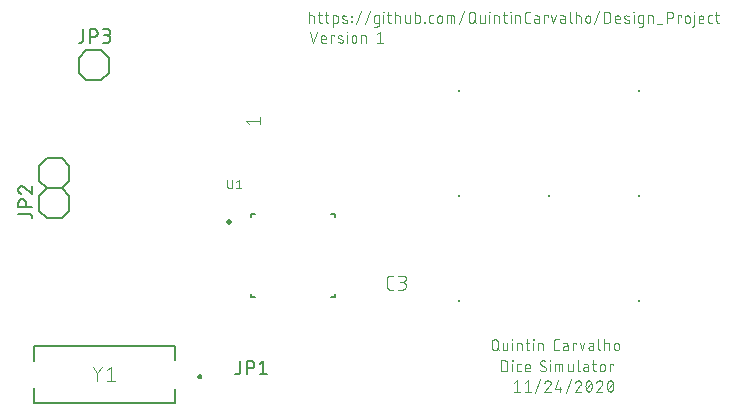
<source format=gto>
G04 EAGLE Gerber RS-274X export*
G75*
%MOMM*%
%FSLAX34Y34*%
%LPD*%
%INSilkscreen Top*%
%IPPOS*%
%AMOC8*
5,1,8,0,0,1.08239X$1,22.5*%
G01*
%ADD10C,0.076200*%
%ADD11C,0.127000*%
%ADD12C,0.152400*%
%ADD13R,0.200000X0.200000*%
%ADD14C,0.101600*%
%ADD15C,0.508000*%
%ADD16C,0.200000*%


D10*
X430657Y89098D02*
X430657Y93274D01*
X430659Y93375D01*
X430665Y93476D01*
X430675Y93577D01*
X430688Y93677D01*
X430706Y93777D01*
X430727Y93876D01*
X430753Y93974D01*
X430782Y94071D01*
X430814Y94167D01*
X430851Y94261D01*
X430891Y94354D01*
X430935Y94446D01*
X430982Y94535D01*
X431033Y94623D01*
X431087Y94709D01*
X431144Y94792D01*
X431204Y94874D01*
X431268Y94952D01*
X431334Y95029D01*
X431404Y95102D01*
X431476Y95173D01*
X431551Y95241D01*
X431629Y95306D01*
X431709Y95368D01*
X431791Y95427D01*
X431876Y95483D01*
X431963Y95535D01*
X432051Y95584D01*
X432142Y95630D01*
X432234Y95671D01*
X432328Y95710D01*
X432423Y95744D01*
X432519Y95775D01*
X432617Y95802D01*
X432715Y95826D01*
X432815Y95845D01*
X432915Y95861D01*
X433015Y95873D01*
X433116Y95881D01*
X433217Y95885D01*
X433319Y95885D01*
X433420Y95881D01*
X433521Y95873D01*
X433621Y95861D01*
X433721Y95845D01*
X433821Y95826D01*
X433919Y95802D01*
X434017Y95775D01*
X434113Y95744D01*
X434208Y95710D01*
X434302Y95671D01*
X434394Y95630D01*
X434485Y95584D01*
X434574Y95535D01*
X434660Y95483D01*
X434745Y95427D01*
X434827Y95368D01*
X434907Y95306D01*
X434985Y95241D01*
X435060Y95173D01*
X435132Y95102D01*
X435202Y95029D01*
X435268Y94952D01*
X435332Y94874D01*
X435392Y94792D01*
X435449Y94709D01*
X435503Y94623D01*
X435554Y94535D01*
X435601Y94446D01*
X435645Y94354D01*
X435685Y94261D01*
X435722Y94167D01*
X435754Y94071D01*
X435783Y93974D01*
X435809Y93876D01*
X435830Y93777D01*
X435848Y93677D01*
X435861Y93577D01*
X435871Y93476D01*
X435877Y93375D01*
X435879Y93274D01*
X435878Y93274D02*
X435878Y89098D01*
X435879Y89098D02*
X435877Y88997D01*
X435871Y88896D01*
X435861Y88795D01*
X435848Y88695D01*
X435830Y88595D01*
X435809Y88496D01*
X435783Y88398D01*
X435754Y88301D01*
X435722Y88205D01*
X435685Y88111D01*
X435645Y88018D01*
X435601Y87926D01*
X435554Y87837D01*
X435503Y87749D01*
X435449Y87663D01*
X435392Y87580D01*
X435332Y87498D01*
X435268Y87420D01*
X435202Y87343D01*
X435132Y87270D01*
X435060Y87199D01*
X434985Y87131D01*
X434907Y87066D01*
X434827Y87004D01*
X434745Y86945D01*
X434660Y86889D01*
X434573Y86837D01*
X434485Y86788D01*
X434394Y86742D01*
X434302Y86701D01*
X434208Y86662D01*
X434113Y86628D01*
X434017Y86597D01*
X433919Y86570D01*
X433821Y86546D01*
X433721Y86527D01*
X433621Y86511D01*
X433521Y86499D01*
X433420Y86491D01*
X433319Y86487D01*
X433217Y86487D01*
X433116Y86491D01*
X433015Y86499D01*
X432915Y86511D01*
X432815Y86527D01*
X432715Y86546D01*
X432617Y86570D01*
X432519Y86597D01*
X432423Y86628D01*
X432328Y86662D01*
X432234Y86701D01*
X432142Y86742D01*
X432051Y86788D01*
X431963Y86837D01*
X431876Y86889D01*
X431791Y86945D01*
X431709Y87004D01*
X431629Y87066D01*
X431551Y87131D01*
X431476Y87199D01*
X431404Y87270D01*
X431334Y87343D01*
X431268Y87420D01*
X431204Y87498D01*
X431144Y87580D01*
X431087Y87663D01*
X431033Y87749D01*
X430982Y87837D01*
X430935Y87926D01*
X430891Y88018D01*
X430851Y88111D01*
X430814Y88205D01*
X430782Y88301D01*
X430753Y88398D01*
X430727Y88496D01*
X430706Y88595D01*
X430688Y88695D01*
X430675Y88795D01*
X430665Y88896D01*
X430659Y88997D01*
X430657Y89098D01*
X434834Y88575D02*
X436922Y86487D01*
X439806Y88053D02*
X439806Y92752D01*
X439806Y88053D02*
X439808Y87976D01*
X439814Y87900D01*
X439823Y87823D01*
X439836Y87747D01*
X439853Y87672D01*
X439873Y87598D01*
X439898Y87525D01*
X439925Y87454D01*
X439956Y87383D01*
X439991Y87315D01*
X440029Y87248D01*
X440070Y87183D01*
X440114Y87120D01*
X440161Y87060D01*
X440212Y87001D01*
X440265Y86946D01*
X440320Y86893D01*
X440379Y86842D01*
X440439Y86795D01*
X440502Y86751D01*
X440567Y86710D01*
X440634Y86672D01*
X440702Y86637D01*
X440773Y86606D01*
X440844Y86579D01*
X440917Y86554D01*
X440991Y86534D01*
X441066Y86517D01*
X441142Y86504D01*
X441219Y86495D01*
X441295Y86489D01*
X441372Y86487D01*
X443983Y86487D01*
X443983Y92752D01*
X447991Y92752D02*
X447991Y86487D01*
X447729Y95363D02*
X447729Y95885D01*
X448252Y95885D01*
X448252Y95363D01*
X447729Y95363D01*
X451998Y92752D02*
X451998Y86487D01*
X451998Y92752D02*
X454609Y92752D01*
X454686Y92750D01*
X454762Y92744D01*
X454839Y92735D01*
X454915Y92722D01*
X454990Y92705D01*
X455064Y92685D01*
X455137Y92660D01*
X455208Y92633D01*
X455279Y92602D01*
X455347Y92567D01*
X455414Y92529D01*
X455479Y92488D01*
X455542Y92444D01*
X455602Y92397D01*
X455661Y92346D01*
X455716Y92293D01*
X455769Y92238D01*
X455820Y92179D01*
X455867Y92119D01*
X455911Y92056D01*
X455952Y91991D01*
X455990Y91924D01*
X456025Y91856D01*
X456056Y91785D01*
X456083Y91714D01*
X456108Y91641D01*
X456128Y91567D01*
X456145Y91492D01*
X456158Y91416D01*
X456167Y91340D01*
X456173Y91263D01*
X456175Y91186D01*
X456175Y86487D01*
X459459Y92752D02*
X462592Y92752D01*
X460503Y95885D02*
X460503Y88053D01*
X460505Y87976D01*
X460511Y87900D01*
X460520Y87823D01*
X460533Y87747D01*
X460550Y87672D01*
X460570Y87598D01*
X460595Y87525D01*
X460622Y87454D01*
X460653Y87383D01*
X460688Y87315D01*
X460726Y87248D01*
X460767Y87183D01*
X460811Y87120D01*
X460858Y87060D01*
X460909Y87001D01*
X460962Y86946D01*
X461017Y86893D01*
X461076Y86842D01*
X461136Y86795D01*
X461199Y86751D01*
X461264Y86710D01*
X461331Y86672D01*
X461399Y86637D01*
X461470Y86606D01*
X461541Y86579D01*
X461614Y86554D01*
X461688Y86534D01*
X461763Y86517D01*
X461839Y86504D01*
X461916Y86495D01*
X461992Y86489D01*
X462069Y86487D01*
X462592Y86487D01*
X465974Y86487D02*
X465974Y92752D01*
X465713Y95363D02*
X465713Y95885D01*
X466235Y95885D01*
X466235Y95363D01*
X465713Y95363D01*
X469981Y92752D02*
X469981Y86487D01*
X469981Y92752D02*
X472592Y92752D01*
X472669Y92750D01*
X472745Y92744D01*
X472822Y92735D01*
X472898Y92722D01*
X472973Y92705D01*
X473047Y92685D01*
X473120Y92660D01*
X473191Y92633D01*
X473262Y92602D01*
X473330Y92567D01*
X473397Y92529D01*
X473462Y92488D01*
X473525Y92444D01*
X473585Y92397D01*
X473644Y92346D01*
X473699Y92293D01*
X473752Y92238D01*
X473803Y92179D01*
X473850Y92119D01*
X473894Y92056D01*
X473935Y91991D01*
X473973Y91924D01*
X474008Y91856D01*
X474039Y91785D01*
X474066Y91714D01*
X474091Y91641D01*
X474111Y91567D01*
X474128Y91492D01*
X474141Y91416D01*
X474150Y91340D01*
X474156Y91263D01*
X474158Y91186D01*
X474158Y86487D01*
X485238Y86487D02*
X487326Y86487D01*
X485238Y86487D02*
X485149Y86489D01*
X485061Y86495D01*
X484973Y86504D01*
X484885Y86517D01*
X484798Y86534D01*
X484712Y86554D01*
X484627Y86579D01*
X484542Y86606D01*
X484459Y86638D01*
X484378Y86672D01*
X484298Y86711D01*
X484220Y86752D01*
X484143Y86797D01*
X484069Y86845D01*
X483996Y86896D01*
X483926Y86950D01*
X483859Y87008D01*
X483793Y87068D01*
X483731Y87130D01*
X483671Y87196D01*
X483613Y87263D01*
X483559Y87333D01*
X483508Y87406D01*
X483460Y87480D01*
X483415Y87557D01*
X483374Y87635D01*
X483335Y87715D01*
X483301Y87796D01*
X483269Y87879D01*
X483242Y87964D01*
X483217Y88049D01*
X483197Y88135D01*
X483180Y88222D01*
X483167Y88310D01*
X483158Y88398D01*
X483152Y88486D01*
X483150Y88575D01*
X483149Y88575D02*
X483149Y93797D01*
X483150Y93797D02*
X483152Y93888D01*
X483158Y93979D01*
X483168Y94070D01*
X483182Y94160D01*
X483199Y94249D01*
X483221Y94337D01*
X483247Y94425D01*
X483276Y94511D01*
X483309Y94596D01*
X483346Y94679D01*
X483386Y94761D01*
X483430Y94841D01*
X483477Y94919D01*
X483528Y94995D01*
X483581Y95068D01*
X483638Y95139D01*
X483699Y95208D01*
X483762Y95273D01*
X483827Y95336D01*
X483896Y95396D01*
X483967Y95454D01*
X484040Y95507D01*
X484116Y95558D01*
X484194Y95605D01*
X484274Y95649D01*
X484356Y95689D01*
X484439Y95726D01*
X484524Y95759D01*
X484610Y95788D01*
X484698Y95814D01*
X484786Y95836D01*
X484875Y95853D01*
X484965Y95867D01*
X485056Y95877D01*
X485147Y95883D01*
X485238Y95885D01*
X487326Y95885D01*
X492489Y90142D02*
X494839Y90142D01*
X492489Y90141D02*
X492405Y90139D01*
X492320Y90133D01*
X492237Y90123D01*
X492153Y90110D01*
X492071Y90092D01*
X491989Y90071D01*
X491908Y90046D01*
X491829Y90018D01*
X491751Y89985D01*
X491675Y89949D01*
X491600Y89910D01*
X491527Y89867D01*
X491456Y89821D01*
X491388Y89772D01*
X491322Y89720D01*
X491258Y89664D01*
X491197Y89606D01*
X491139Y89545D01*
X491083Y89481D01*
X491031Y89415D01*
X490982Y89347D01*
X490936Y89276D01*
X490893Y89203D01*
X490854Y89128D01*
X490818Y89052D01*
X490785Y88974D01*
X490757Y88895D01*
X490732Y88814D01*
X490711Y88732D01*
X490693Y88650D01*
X490680Y88566D01*
X490670Y88483D01*
X490664Y88398D01*
X490662Y88314D01*
X490664Y88230D01*
X490670Y88145D01*
X490680Y88062D01*
X490693Y87978D01*
X490711Y87896D01*
X490732Y87814D01*
X490757Y87733D01*
X490785Y87654D01*
X490818Y87576D01*
X490854Y87500D01*
X490893Y87425D01*
X490936Y87352D01*
X490982Y87281D01*
X491031Y87213D01*
X491083Y87147D01*
X491139Y87083D01*
X491197Y87022D01*
X491258Y86964D01*
X491322Y86908D01*
X491388Y86856D01*
X491456Y86807D01*
X491527Y86761D01*
X491600Y86718D01*
X491675Y86679D01*
X491751Y86643D01*
X491829Y86610D01*
X491908Y86582D01*
X491989Y86557D01*
X492071Y86536D01*
X492153Y86518D01*
X492237Y86505D01*
X492320Y86495D01*
X492405Y86489D01*
X492489Y86487D01*
X494839Y86487D01*
X494839Y91186D01*
X494838Y91186D02*
X494836Y91263D01*
X494830Y91339D01*
X494821Y91416D01*
X494808Y91492D01*
X494791Y91567D01*
X494771Y91641D01*
X494746Y91714D01*
X494719Y91785D01*
X494688Y91856D01*
X494653Y91924D01*
X494615Y91991D01*
X494574Y92056D01*
X494530Y92119D01*
X494483Y92179D01*
X494432Y92238D01*
X494379Y92293D01*
X494324Y92346D01*
X494265Y92397D01*
X494205Y92444D01*
X494142Y92488D01*
X494077Y92529D01*
X494010Y92567D01*
X493942Y92602D01*
X493871Y92633D01*
X493800Y92660D01*
X493727Y92685D01*
X493653Y92705D01*
X493578Y92722D01*
X493502Y92735D01*
X493425Y92744D01*
X493349Y92750D01*
X493272Y92752D01*
X491184Y92752D01*
X499293Y92752D02*
X499293Y86487D01*
X499293Y92752D02*
X502426Y92752D01*
X502426Y91708D01*
X505033Y92752D02*
X507121Y86487D01*
X509210Y92752D01*
X514435Y90142D02*
X516784Y90142D01*
X514435Y90141D02*
X514351Y90139D01*
X514266Y90133D01*
X514183Y90123D01*
X514099Y90110D01*
X514017Y90092D01*
X513935Y90071D01*
X513854Y90046D01*
X513775Y90018D01*
X513697Y89985D01*
X513621Y89949D01*
X513546Y89910D01*
X513473Y89867D01*
X513402Y89821D01*
X513334Y89772D01*
X513268Y89720D01*
X513204Y89664D01*
X513143Y89606D01*
X513085Y89545D01*
X513029Y89481D01*
X512977Y89415D01*
X512928Y89347D01*
X512882Y89276D01*
X512839Y89203D01*
X512800Y89128D01*
X512764Y89052D01*
X512731Y88974D01*
X512703Y88895D01*
X512678Y88814D01*
X512657Y88732D01*
X512639Y88650D01*
X512626Y88566D01*
X512616Y88483D01*
X512610Y88398D01*
X512608Y88314D01*
X512610Y88230D01*
X512616Y88145D01*
X512626Y88062D01*
X512639Y87978D01*
X512657Y87896D01*
X512678Y87814D01*
X512703Y87733D01*
X512731Y87654D01*
X512764Y87576D01*
X512800Y87500D01*
X512839Y87425D01*
X512882Y87352D01*
X512928Y87281D01*
X512977Y87213D01*
X513029Y87147D01*
X513085Y87083D01*
X513143Y87022D01*
X513204Y86964D01*
X513268Y86908D01*
X513334Y86856D01*
X513402Y86807D01*
X513473Y86761D01*
X513546Y86718D01*
X513621Y86679D01*
X513697Y86643D01*
X513775Y86610D01*
X513854Y86582D01*
X513935Y86557D01*
X514017Y86536D01*
X514099Y86518D01*
X514183Y86505D01*
X514266Y86495D01*
X514351Y86489D01*
X514435Y86487D01*
X516784Y86487D01*
X516784Y91186D01*
X516782Y91263D01*
X516776Y91339D01*
X516767Y91416D01*
X516754Y91492D01*
X516737Y91567D01*
X516717Y91641D01*
X516692Y91714D01*
X516665Y91785D01*
X516634Y91856D01*
X516599Y91924D01*
X516561Y91991D01*
X516520Y92056D01*
X516476Y92119D01*
X516429Y92179D01*
X516378Y92238D01*
X516325Y92293D01*
X516270Y92346D01*
X516211Y92397D01*
X516151Y92444D01*
X516088Y92488D01*
X516023Y92529D01*
X515956Y92567D01*
X515888Y92602D01*
X515817Y92633D01*
X515746Y92660D01*
X515673Y92685D01*
X515599Y92705D01*
X515524Y92722D01*
X515448Y92735D01*
X515371Y92744D01*
X515295Y92750D01*
X515218Y92752D01*
X513129Y92752D01*
X521008Y95885D02*
X521008Y88053D01*
X521010Y87976D01*
X521016Y87900D01*
X521025Y87823D01*
X521038Y87747D01*
X521055Y87672D01*
X521075Y87598D01*
X521100Y87525D01*
X521127Y87454D01*
X521158Y87383D01*
X521193Y87315D01*
X521231Y87248D01*
X521272Y87183D01*
X521316Y87120D01*
X521363Y87060D01*
X521414Y87001D01*
X521467Y86946D01*
X521522Y86893D01*
X521581Y86842D01*
X521641Y86795D01*
X521704Y86751D01*
X521769Y86710D01*
X521836Y86672D01*
X521904Y86637D01*
X521975Y86606D01*
X522046Y86579D01*
X522119Y86554D01*
X522193Y86534D01*
X522268Y86517D01*
X522344Y86504D01*
X522421Y86495D01*
X522497Y86489D01*
X522574Y86487D01*
X526064Y86487D02*
X526064Y95885D01*
X526064Y92752D02*
X528675Y92752D01*
X528752Y92750D01*
X528828Y92744D01*
X528905Y92735D01*
X528981Y92722D01*
X529056Y92705D01*
X529130Y92685D01*
X529203Y92660D01*
X529274Y92633D01*
X529345Y92602D01*
X529413Y92567D01*
X529480Y92529D01*
X529545Y92488D01*
X529608Y92444D01*
X529668Y92397D01*
X529727Y92346D01*
X529782Y92293D01*
X529835Y92238D01*
X529886Y92179D01*
X529933Y92119D01*
X529977Y92056D01*
X530018Y91991D01*
X530056Y91924D01*
X530091Y91856D01*
X530122Y91785D01*
X530149Y91714D01*
X530174Y91641D01*
X530194Y91567D01*
X530211Y91492D01*
X530224Y91416D01*
X530233Y91340D01*
X530239Y91263D01*
X530241Y91186D01*
X530241Y86487D01*
X534294Y88575D02*
X534294Y90664D01*
X534296Y90754D01*
X534302Y90843D01*
X534311Y90933D01*
X534325Y91022D01*
X534342Y91110D01*
X534363Y91197D01*
X534388Y91284D01*
X534417Y91369D01*
X534449Y91453D01*
X534484Y91535D01*
X534524Y91616D01*
X534566Y91695D01*
X534612Y91772D01*
X534662Y91847D01*
X534714Y91920D01*
X534770Y91991D01*
X534828Y92059D01*
X534890Y92124D01*
X534954Y92187D01*
X535021Y92247D01*
X535090Y92304D01*
X535162Y92358D01*
X535236Y92409D01*
X535312Y92457D01*
X535390Y92501D01*
X535470Y92542D01*
X535552Y92580D01*
X535635Y92614D01*
X535720Y92644D01*
X535806Y92671D01*
X535892Y92694D01*
X535980Y92713D01*
X536069Y92728D01*
X536158Y92740D01*
X536247Y92748D01*
X536337Y92752D01*
X536427Y92752D01*
X536517Y92748D01*
X536606Y92740D01*
X536695Y92728D01*
X536784Y92713D01*
X536872Y92694D01*
X536958Y92671D01*
X537044Y92644D01*
X537129Y92614D01*
X537212Y92580D01*
X537294Y92542D01*
X537374Y92501D01*
X537452Y92457D01*
X537528Y92409D01*
X537602Y92358D01*
X537674Y92304D01*
X537743Y92247D01*
X537810Y92187D01*
X537874Y92124D01*
X537936Y92059D01*
X537994Y91991D01*
X538050Y91920D01*
X538102Y91847D01*
X538152Y91772D01*
X538198Y91695D01*
X538240Y91616D01*
X538280Y91535D01*
X538315Y91453D01*
X538347Y91369D01*
X538376Y91284D01*
X538401Y91197D01*
X538422Y91110D01*
X538439Y91022D01*
X538453Y90933D01*
X538462Y90843D01*
X538468Y90754D01*
X538470Y90664D01*
X538470Y88575D01*
X538468Y88485D01*
X538462Y88396D01*
X538453Y88306D01*
X538439Y88217D01*
X538422Y88129D01*
X538401Y88042D01*
X538376Y87955D01*
X538347Y87870D01*
X538315Y87786D01*
X538280Y87704D01*
X538240Y87623D01*
X538198Y87544D01*
X538152Y87467D01*
X538102Y87392D01*
X538050Y87319D01*
X537994Y87248D01*
X537936Y87180D01*
X537874Y87115D01*
X537810Y87052D01*
X537743Y86992D01*
X537674Y86935D01*
X537602Y86881D01*
X537528Y86830D01*
X537452Y86782D01*
X537374Y86738D01*
X537294Y86697D01*
X537212Y86659D01*
X537129Y86625D01*
X537044Y86595D01*
X536958Y86568D01*
X536872Y86545D01*
X536784Y86526D01*
X536695Y86511D01*
X536606Y86499D01*
X536517Y86491D01*
X536427Y86487D01*
X536337Y86487D01*
X536247Y86491D01*
X536158Y86499D01*
X536069Y86511D01*
X535980Y86526D01*
X535892Y86545D01*
X535806Y86568D01*
X535720Y86595D01*
X535635Y86625D01*
X535552Y86659D01*
X535470Y86697D01*
X535390Y86738D01*
X535312Y86782D01*
X535236Y86830D01*
X535162Y86881D01*
X535090Y86935D01*
X535021Y86992D01*
X534954Y87052D01*
X534890Y87115D01*
X534828Y87180D01*
X534770Y87248D01*
X534714Y87319D01*
X534662Y87392D01*
X534612Y87467D01*
X534566Y87544D01*
X534524Y87623D01*
X534484Y87704D01*
X534449Y87786D01*
X534417Y87870D01*
X534388Y87955D01*
X534363Y88042D01*
X534342Y88129D01*
X534325Y88217D01*
X534311Y88306D01*
X534302Y88396D01*
X534296Y88485D01*
X534294Y88575D01*
X438785Y78105D02*
X438785Y68707D01*
X438785Y78105D02*
X441396Y78105D01*
X441496Y78103D01*
X441596Y78097D01*
X441695Y78088D01*
X441795Y78074D01*
X441893Y78057D01*
X441991Y78036D01*
X442088Y78012D01*
X442184Y77983D01*
X442279Y77951D01*
X442372Y77916D01*
X442464Y77877D01*
X442555Y77834D01*
X442643Y77788D01*
X442730Y77738D01*
X442815Y77686D01*
X442898Y77630D01*
X442979Y77571D01*
X443057Y77508D01*
X443133Y77443D01*
X443207Y77375D01*
X443277Y77305D01*
X443345Y77231D01*
X443410Y77155D01*
X443473Y77077D01*
X443532Y76996D01*
X443588Y76913D01*
X443640Y76828D01*
X443690Y76741D01*
X443736Y76653D01*
X443779Y76562D01*
X443818Y76470D01*
X443853Y76377D01*
X443885Y76282D01*
X443914Y76186D01*
X443938Y76089D01*
X443959Y75991D01*
X443976Y75893D01*
X443990Y75793D01*
X443999Y75694D01*
X444005Y75594D01*
X444007Y75494D01*
X444006Y75494D02*
X444006Y71318D01*
X444007Y71318D02*
X444005Y71218D01*
X443999Y71118D01*
X443990Y71019D01*
X443976Y70919D01*
X443959Y70821D01*
X443938Y70723D01*
X443914Y70626D01*
X443885Y70530D01*
X443853Y70435D01*
X443818Y70342D01*
X443779Y70250D01*
X443736Y70159D01*
X443690Y70071D01*
X443640Y69984D01*
X443588Y69899D01*
X443532Y69816D01*
X443473Y69735D01*
X443410Y69657D01*
X443345Y69581D01*
X443277Y69507D01*
X443207Y69437D01*
X443133Y69369D01*
X443057Y69304D01*
X442979Y69241D01*
X442898Y69182D01*
X442815Y69126D01*
X442730Y69074D01*
X442643Y69024D01*
X442555Y68978D01*
X442464Y68935D01*
X442372Y68896D01*
X442279Y68861D01*
X442184Y68829D01*
X442088Y68800D01*
X441991Y68776D01*
X441893Y68755D01*
X441795Y68738D01*
X441695Y68724D01*
X441596Y68715D01*
X441496Y68709D01*
X441396Y68707D01*
X438785Y68707D01*
X448101Y68707D02*
X448101Y74972D01*
X447840Y77583D02*
X447840Y78105D01*
X448362Y78105D01*
X448362Y77583D01*
X447840Y77583D01*
X453381Y68707D02*
X455469Y68707D01*
X453381Y68707D02*
X453304Y68709D01*
X453228Y68715D01*
X453151Y68724D01*
X453075Y68737D01*
X453000Y68754D01*
X452926Y68774D01*
X452853Y68799D01*
X452782Y68826D01*
X452711Y68857D01*
X452643Y68892D01*
X452576Y68930D01*
X452511Y68971D01*
X452448Y69015D01*
X452388Y69062D01*
X452329Y69113D01*
X452274Y69166D01*
X452221Y69221D01*
X452170Y69280D01*
X452123Y69340D01*
X452079Y69403D01*
X452038Y69468D01*
X452000Y69535D01*
X451965Y69603D01*
X451934Y69674D01*
X451907Y69745D01*
X451882Y69818D01*
X451862Y69892D01*
X451845Y69967D01*
X451832Y70043D01*
X451823Y70120D01*
X451817Y70196D01*
X451815Y70273D01*
X451814Y70273D02*
X451814Y73406D01*
X451815Y73406D02*
X451817Y73483D01*
X451823Y73559D01*
X451832Y73636D01*
X451845Y73712D01*
X451862Y73787D01*
X451882Y73861D01*
X451907Y73934D01*
X451934Y74005D01*
X451965Y74076D01*
X452000Y74144D01*
X452038Y74211D01*
X452079Y74276D01*
X452123Y74339D01*
X452170Y74399D01*
X452221Y74458D01*
X452274Y74513D01*
X452329Y74566D01*
X452388Y74617D01*
X452448Y74664D01*
X452511Y74708D01*
X452576Y74749D01*
X452643Y74787D01*
X452711Y74822D01*
X452782Y74853D01*
X452853Y74880D01*
X452926Y74905D01*
X453000Y74925D01*
X453075Y74942D01*
X453151Y74955D01*
X453228Y74964D01*
X453304Y74970D01*
X453381Y74972D01*
X455469Y74972D01*
X460381Y68707D02*
X462991Y68707D01*
X460381Y68707D02*
X460304Y68709D01*
X460228Y68715D01*
X460151Y68724D01*
X460075Y68737D01*
X460000Y68754D01*
X459926Y68774D01*
X459853Y68799D01*
X459782Y68826D01*
X459711Y68857D01*
X459643Y68892D01*
X459576Y68930D01*
X459511Y68971D01*
X459448Y69015D01*
X459388Y69062D01*
X459329Y69113D01*
X459274Y69166D01*
X459221Y69221D01*
X459170Y69280D01*
X459123Y69340D01*
X459079Y69403D01*
X459038Y69468D01*
X459000Y69535D01*
X458965Y69603D01*
X458934Y69674D01*
X458907Y69745D01*
X458882Y69818D01*
X458862Y69892D01*
X458845Y69967D01*
X458832Y70043D01*
X458823Y70120D01*
X458817Y70196D01*
X458815Y70273D01*
X458814Y70273D02*
X458814Y72884D01*
X458815Y72884D02*
X458817Y72974D01*
X458823Y73063D01*
X458832Y73153D01*
X458846Y73242D01*
X458863Y73330D01*
X458884Y73417D01*
X458909Y73504D01*
X458938Y73589D01*
X458970Y73673D01*
X459005Y73755D01*
X459045Y73836D01*
X459087Y73915D01*
X459133Y73992D01*
X459183Y74067D01*
X459235Y74140D01*
X459291Y74211D01*
X459349Y74279D01*
X459411Y74344D01*
X459475Y74407D01*
X459542Y74467D01*
X459611Y74524D01*
X459683Y74578D01*
X459757Y74629D01*
X459833Y74677D01*
X459911Y74721D01*
X459991Y74762D01*
X460073Y74800D01*
X460156Y74834D01*
X460241Y74864D01*
X460327Y74891D01*
X460413Y74914D01*
X460501Y74933D01*
X460590Y74948D01*
X460679Y74960D01*
X460768Y74968D01*
X460858Y74972D01*
X460948Y74972D01*
X461038Y74968D01*
X461127Y74960D01*
X461216Y74948D01*
X461305Y74933D01*
X461393Y74914D01*
X461479Y74891D01*
X461565Y74864D01*
X461650Y74834D01*
X461733Y74800D01*
X461815Y74762D01*
X461895Y74721D01*
X461973Y74677D01*
X462049Y74629D01*
X462123Y74578D01*
X462195Y74524D01*
X462264Y74467D01*
X462331Y74407D01*
X462395Y74344D01*
X462457Y74279D01*
X462515Y74211D01*
X462571Y74140D01*
X462623Y74067D01*
X462673Y73992D01*
X462719Y73915D01*
X462761Y73836D01*
X462801Y73755D01*
X462836Y73673D01*
X462868Y73589D01*
X462897Y73504D01*
X462922Y73417D01*
X462943Y73330D01*
X462960Y73242D01*
X462974Y73153D01*
X462983Y73063D01*
X462989Y72974D01*
X462991Y72884D01*
X462991Y71840D01*
X458814Y71840D01*
X474531Y68707D02*
X474620Y68709D01*
X474708Y68715D01*
X474796Y68724D01*
X474884Y68737D01*
X474971Y68754D01*
X475057Y68774D01*
X475142Y68799D01*
X475227Y68826D01*
X475310Y68858D01*
X475391Y68892D01*
X475471Y68931D01*
X475549Y68972D01*
X475626Y69017D01*
X475700Y69065D01*
X475773Y69116D01*
X475843Y69170D01*
X475910Y69228D01*
X475976Y69288D01*
X476038Y69350D01*
X476098Y69416D01*
X476156Y69483D01*
X476210Y69553D01*
X476261Y69626D01*
X476309Y69700D01*
X476354Y69777D01*
X476395Y69855D01*
X476434Y69935D01*
X476468Y70016D01*
X476500Y70099D01*
X476527Y70184D01*
X476552Y70269D01*
X476572Y70355D01*
X476589Y70442D01*
X476602Y70530D01*
X476611Y70618D01*
X476617Y70706D01*
X476619Y70795D01*
X474531Y68707D02*
X474402Y68709D01*
X474273Y68715D01*
X474144Y68724D01*
X474016Y68737D01*
X473888Y68754D01*
X473761Y68775D01*
X473634Y68799D01*
X473508Y68827D01*
X473383Y68859D01*
X473259Y68894D01*
X473136Y68933D01*
X473014Y68976D01*
X472894Y69022D01*
X472775Y69072D01*
X472657Y69125D01*
X472541Y69181D01*
X472427Y69241D01*
X472314Y69304D01*
X472204Y69371D01*
X472095Y69440D01*
X471989Y69513D01*
X471884Y69589D01*
X471782Y69668D01*
X471683Y69750D01*
X471585Y69834D01*
X471490Y69922D01*
X471398Y70012D01*
X471660Y76017D02*
X471662Y76106D01*
X471668Y76194D01*
X471677Y76282D01*
X471690Y76370D01*
X471707Y76457D01*
X471727Y76543D01*
X471752Y76628D01*
X471779Y76713D01*
X471811Y76796D01*
X471845Y76877D01*
X471884Y76957D01*
X471925Y77035D01*
X471970Y77112D01*
X472018Y77186D01*
X472069Y77259D01*
X472123Y77329D01*
X472181Y77396D01*
X472241Y77462D01*
X472303Y77524D01*
X472369Y77584D01*
X472436Y77642D01*
X472506Y77696D01*
X472579Y77747D01*
X472653Y77795D01*
X472730Y77840D01*
X472808Y77881D01*
X472888Y77920D01*
X472969Y77954D01*
X473052Y77986D01*
X473137Y78013D01*
X473222Y78038D01*
X473308Y78058D01*
X473395Y78075D01*
X473483Y78088D01*
X473571Y78097D01*
X473659Y78103D01*
X473748Y78105D01*
X473868Y78103D01*
X473988Y78098D01*
X474108Y78088D01*
X474227Y78076D01*
X474346Y78059D01*
X474464Y78039D01*
X474582Y78015D01*
X474698Y77988D01*
X474814Y77957D01*
X474929Y77923D01*
X475043Y77885D01*
X475156Y77843D01*
X475267Y77798D01*
X475377Y77750D01*
X475485Y77699D01*
X475592Y77644D01*
X475697Y77586D01*
X475800Y77524D01*
X475901Y77460D01*
X476001Y77392D01*
X476098Y77322D01*
X472704Y74190D02*
X472626Y74238D01*
X472550Y74290D01*
X472477Y74344D01*
X472406Y74402D01*
X472337Y74463D01*
X472271Y74527D01*
X472208Y74594D01*
X472148Y74663D01*
X472091Y74735D01*
X472037Y74809D01*
X471987Y74886D01*
X471939Y74965D01*
X471896Y75045D01*
X471855Y75128D01*
X471819Y75212D01*
X471786Y75297D01*
X471757Y75384D01*
X471731Y75473D01*
X471709Y75562D01*
X471692Y75652D01*
X471678Y75742D01*
X471668Y75834D01*
X471662Y75925D01*
X471660Y76017D01*
X475575Y72622D02*
X475653Y72574D01*
X475729Y72522D01*
X475802Y72468D01*
X475873Y72410D01*
X475942Y72349D01*
X476008Y72285D01*
X476071Y72218D01*
X476131Y72149D01*
X476188Y72077D01*
X476242Y72003D01*
X476292Y71926D01*
X476340Y71847D01*
X476383Y71767D01*
X476424Y71684D01*
X476460Y71600D01*
X476493Y71515D01*
X476522Y71428D01*
X476548Y71339D01*
X476570Y71250D01*
X476587Y71160D01*
X476601Y71070D01*
X476611Y70978D01*
X476617Y70887D01*
X476619Y70795D01*
X475575Y72623D02*
X472704Y74189D01*
X480105Y74972D02*
X480105Y68707D01*
X479844Y77583D02*
X479844Y78105D01*
X480366Y78105D01*
X480366Y77583D01*
X479844Y77583D01*
X484287Y74972D02*
X484287Y68707D01*
X484287Y74972D02*
X488986Y74972D01*
X489063Y74970D01*
X489139Y74964D01*
X489216Y74955D01*
X489292Y74942D01*
X489367Y74925D01*
X489441Y74905D01*
X489514Y74880D01*
X489585Y74853D01*
X489656Y74822D01*
X489724Y74787D01*
X489791Y74749D01*
X489856Y74708D01*
X489919Y74664D01*
X489979Y74617D01*
X490038Y74566D01*
X490093Y74513D01*
X490146Y74458D01*
X490197Y74399D01*
X490244Y74339D01*
X490288Y74276D01*
X490329Y74211D01*
X490367Y74144D01*
X490402Y74076D01*
X490433Y74005D01*
X490460Y73934D01*
X490485Y73861D01*
X490505Y73787D01*
X490522Y73712D01*
X490535Y73636D01*
X490544Y73559D01*
X490550Y73483D01*
X490552Y73406D01*
X490553Y73406D02*
X490553Y68707D01*
X487420Y68707D02*
X487420Y74972D01*
X495085Y74972D02*
X495085Y70273D01*
X495086Y70273D02*
X495088Y70196D01*
X495094Y70120D01*
X495103Y70043D01*
X495116Y69967D01*
X495133Y69892D01*
X495153Y69818D01*
X495178Y69745D01*
X495205Y69674D01*
X495236Y69603D01*
X495271Y69535D01*
X495309Y69468D01*
X495350Y69403D01*
X495394Y69340D01*
X495441Y69280D01*
X495492Y69221D01*
X495545Y69166D01*
X495600Y69113D01*
X495659Y69062D01*
X495719Y69015D01*
X495782Y68971D01*
X495847Y68930D01*
X495914Y68892D01*
X495982Y68857D01*
X496053Y68826D01*
X496124Y68799D01*
X496197Y68774D01*
X496271Y68754D01*
X496346Y68737D01*
X496422Y68724D01*
X496499Y68715D01*
X496575Y68709D01*
X496652Y68707D01*
X499262Y68707D01*
X499262Y74972D01*
X503440Y78105D02*
X503440Y70273D01*
X503441Y70273D02*
X503443Y70196D01*
X503449Y70120D01*
X503458Y70043D01*
X503471Y69967D01*
X503488Y69892D01*
X503508Y69818D01*
X503533Y69745D01*
X503560Y69674D01*
X503591Y69603D01*
X503626Y69535D01*
X503664Y69468D01*
X503705Y69403D01*
X503749Y69340D01*
X503796Y69280D01*
X503847Y69221D01*
X503900Y69166D01*
X503955Y69113D01*
X504014Y69062D01*
X504074Y69015D01*
X504137Y68971D01*
X504202Y68930D01*
X504269Y68892D01*
X504337Y68857D01*
X504408Y68826D01*
X504479Y68799D01*
X504552Y68774D01*
X504626Y68754D01*
X504701Y68737D01*
X504777Y68724D01*
X504854Y68715D01*
X504930Y68709D01*
X505007Y68707D01*
X509973Y72362D02*
X512323Y72362D01*
X509973Y72361D02*
X509889Y72359D01*
X509804Y72353D01*
X509721Y72343D01*
X509637Y72330D01*
X509555Y72312D01*
X509473Y72291D01*
X509392Y72266D01*
X509313Y72238D01*
X509235Y72205D01*
X509159Y72169D01*
X509084Y72130D01*
X509011Y72087D01*
X508940Y72041D01*
X508872Y71992D01*
X508806Y71940D01*
X508742Y71884D01*
X508681Y71826D01*
X508623Y71765D01*
X508567Y71701D01*
X508515Y71635D01*
X508466Y71567D01*
X508420Y71496D01*
X508377Y71423D01*
X508338Y71348D01*
X508302Y71272D01*
X508269Y71194D01*
X508241Y71115D01*
X508216Y71034D01*
X508195Y70952D01*
X508177Y70870D01*
X508164Y70786D01*
X508154Y70703D01*
X508148Y70618D01*
X508146Y70534D01*
X508148Y70450D01*
X508154Y70365D01*
X508164Y70282D01*
X508177Y70198D01*
X508195Y70116D01*
X508216Y70034D01*
X508241Y69953D01*
X508269Y69874D01*
X508302Y69796D01*
X508338Y69720D01*
X508377Y69645D01*
X508420Y69572D01*
X508466Y69501D01*
X508515Y69433D01*
X508567Y69367D01*
X508623Y69303D01*
X508681Y69242D01*
X508742Y69184D01*
X508806Y69128D01*
X508872Y69076D01*
X508940Y69027D01*
X509011Y68981D01*
X509084Y68938D01*
X509159Y68899D01*
X509235Y68863D01*
X509313Y68830D01*
X509392Y68802D01*
X509473Y68777D01*
X509555Y68756D01*
X509637Y68738D01*
X509721Y68725D01*
X509804Y68715D01*
X509889Y68709D01*
X509973Y68707D01*
X512323Y68707D01*
X512323Y73406D01*
X512322Y73406D02*
X512320Y73483D01*
X512314Y73559D01*
X512305Y73636D01*
X512292Y73712D01*
X512275Y73787D01*
X512255Y73861D01*
X512230Y73934D01*
X512203Y74005D01*
X512172Y74076D01*
X512137Y74144D01*
X512099Y74211D01*
X512058Y74276D01*
X512014Y74339D01*
X511967Y74399D01*
X511916Y74458D01*
X511863Y74513D01*
X511808Y74566D01*
X511749Y74617D01*
X511689Y74664D01*
X511626Y74708D01*
X511561Y74749D01*
X511494Y74787D01*
X511426Y74822D01*
X511355Y74853D01*
X511284Y74880D01*
X511211Y74905D01*
X511137Y74925D01*
X511062Y74942D01*
X510986Y74955D01*
X510909Y74964D01*
X510833Y74970D01*
X510756Y74972D01*
X508668Y74972D01*
X515652Y74972D02*
X518785Y74972D01*
X516697Y78105D02*
X516697Y70273D01*
X516699Y70196D01*
X516705Y70120D01*
X516714Y70043D01*
X516727Y69967D01*
X516744Y69892D01*
X516764Y69818D01*
X516789Y69745D01*
X516816Y69674D01*
X516847Y69603D01*
X516882Y69535D01*
X516920Y69468D01*
X516961Y69403D01*
X517005Y69340D01*
X517052Y69280D01*
X517103Y69221D01*
X517156Y69166D01*
X517211Y69113D01*
X517270Y69062D01*
X517330Y69015D01*
X517393Y68971D01*
X517458Y68930D01*
X517525Y68892D01*
X517593Y68857D01*
X517664Y68826D01*
X517735Y68799D01*
X517808Y68774D01*
X517882Y68754D01*
X517957Y68737D01*
X518033Y68724D01*
X518110Y68715D01*
X518186Y68709D01*
X518263Y68707D01*
X518785Y68707D01*
X522212Y70795D02*
X522212Y72884D01*
X522213Y72884D02*
X522215Y72974D01*
X522221Y73063D01*
X522230Y73153D01*
X522244Y73242D01*
X522261Y73330D01*
X522282Y73417D01*
X522307Y73504D01*
X522336Y73589D01*
X522368Y73673D01*
X522403Y73755D01*
X522443Y73836D01*
X522485Y73915D01*
X522531Y73992D01*
X522581Y74067D01*
X522633Y74140D01*
X522689Y74211D01*
X522747Y74279D01*
X522809Y74344D01*
X522873Y74407D01*
X522940Y74467D01*
X523009Y74524D01*
X523081Y74578D01*
X523155Y74629D01*
X523231Y74677D01*
X523309Y74721D01*
X523389Y74762D01*
X523471Y74800D01*
X523554Y74834D01*
X523639Y74864D01*
X523725Y74891D01*
X523811Y74914D01*
X523899Y74933D01*
X523988Y74948D01*
X524077Y74960D01*
X524166Y74968D01*
X524256Y74972D01*
X524346Y74972D01*
X524436Y74968D01*
X524525Y74960D01*
X524614Y74948D01*
X524703Y74933D01*
X524791Y74914D01*
X524877Y74891D01*
X524963Y74864D01*
X525048Y74834D01*
X525131Y74800D01*
X525213Y74762D01*
X525293Y74721D01*
X525371Y74677D01*
X525447Y74629D01*
X525521Y74578D01*
X525593Y74524D01*
X525662Y74467D01*
X525729Y74407D01*
X525793Y74344D01*
X525855Y74279D01*
X525913Y74211D01*
X525969Y74140D01*
X526021Y74067D01*
X526071Y73992D01*
X526117Y73915D01*
X526159Y73836D01*
X526199Y73755D01*
X526234Y73673D01*
X526266Y73589D01*
X526295Y73504D01*
X526320Y73417D01*
X526341Y73330D01*
X526358Y73242D01*
X526372Y73153D01*
X526381Y73063D01*
X526387Y72974D01*
X526389Y72884D01*
X526389Y70795D01*
X526387Y70705D01*
X526381Y70616D01*
X526372Y70526D01*
X526358Y70437D01*
X526341Y70349D01*
X526320Y70262D01*
X526295Y70175D01*
X526266Y70090D01*
X526234Y70006D01*
X526199Y69924D01*
X526159Y69843D01*
X526117Y69764D01*
X526071Y69687D01*
X526021Y69612D01*
X525969Y69539D01*
X525913Y69468D01*
X525855Y69400D01*
X525793Y69335D01*
X525729Y69272D01*
X525662Y69212D01*
X525593Y69155D01*
X525521Y69101D01*
X525447Y69050D01*
X525371Y69002D01*
X525293Y68958D01*
X525213Y68917D01*
X525131Y68879D01*
X525048Y68845D01*
X524963Y68815D01*
X524877Y68788D01*
X524791Y68765D01*
X524703Y68746D01*
X524614Y68731D01*
X524525Y68719D01*
X524436Y68711D01*
X524346Y68707D01*
X524256Y68707D01*
X524166Y68711D01*
X524077Y68719D01*
X523988Y68731D01*
X523899Y68746D01*
X523811Y68765D01*
X523725Y68788D01*
X523639Y68815D01*
X523554Y68845D01*
X523471Y68879D01*
X523389Y68917D01*
X523309Y68958D01*
X523231Y69002D01*
X523155Y69050D01*
X523081Y69101D01*
X523009Y69155D01*
X522940Y69212D01*
X522873Y69272D01*
X522809Y69335D01*
X522747Y69400D01*
X522689Y69468D01*
X522633Y69539D01*
X522581Y69612D01*
X522531Y69687D01*
X522485Y69764D01*
X522443Y69843D01*
X522403Y69924D01*
X522368Y70006D01*
X522336Y70090D01*
X522307Y70175D01*
X522282Y70262D01*
X522261Y70349D01*
X522244Y70437D01*
X522230Y70526D01*
X522221Y70616D01*
X522215Y70705D01*
X522213Y70795D01*
X530493Y68707D02*
X530493Y74972D01*
X533626Y74972D01*
X533626Y73928D01*
X452318Y61087D02*
X449707Y58999D01*
X452318Y61087D02*
X452318Y51689D01*
X454928Y51689D02*
X449707Y51689D01*
X458851Y58999D02*
X461462Y61087D01*
X461462Y51689D01*
X464072Y51689D02*
X458851Y51689D01*
X467603Y50645D02*
X471780Y62131D01*
X478182Y61088D02*
X478277Y61086D01*
X478371Y61080D01*
X478465Y61071D01*
X478559Y61058D01*
X478652Y61041D01*
X478744Y61020D01*
X478836Y60995D01*
X478926Y60967D01*
X479015Y60935D01*
X479103Y60900D01*
X479189Y60861D01*
X479274Y60819D01*
X479357Y60773D01*
X479438Y60724D01*
X479517Y60672D01*
X479594Y60617D01*
X479668Y60558D01*
X479740Y60497D01*
X479810Y60433D01*
X479877Y60366D01*
X479941Y60296D01*
X480002Y60224D01*
X480061Y60150D01*
X480116Y60073D01*
X480168Y59994D01*
X480217Y59913D01*
X480263Y59830D01*
X480305Y59745D01*
X480344Y59659D01*
X480379Y59571D01*
X480411Y59482D01*
X480439Y59392D01*
X480464Y59300D01*
X480485Y59208D01*
X480502Y59115D01*
X480515Y59021D01*
X480524Y58927D01*
X480530Y58833D01*
X480532Y58738D01*
X478182Y61087D02*
X478074Y61085D01*
X477965Y61079D01*
X477857Y61069D01*
X477750Y61056D01*
X477643Y61038D01*
X477536Y61017D01*
X477431Y60992D01*
X477326Y60963D01*
X477223Y60931D01*
X477121Y60894D01*
X477020Y60854D01*
X476921Y60811D01*
X476823Y60764D01*
X476727Y60713D01*
X476633Y60659D01*
X476541Y60602D01*
X476451Y60541D01*
X476363Y60477D01*
X476278Y60411D01*
X476195Y60341D01*
X476115Y60268D01*
X476037Y60192D01*
X475962Y60114D01*
X475890Y60033D01*
X475821Y59949D01*
X475755Y59863D01*
X475692Y59775D01*
X475633Y59684D01*
X475576Y59592D01*
X475523Y59497D01*
X475474Y59401D01*
X475428Y59302D01*
X475385Y59203D01*
X475346Y59101D01*
X475311Y58999D01*
X479749Y56910D02*
X479818Y56979D01*
X479884Y57050D01*
X479948Y57123D01*
X480009Y57199D01*
X480067Y57278D01*
X480121Y57358D01*
X480173Y57441D01*
X480221Y57525D01*
X480267Y57611D01*
X480308Y57699D01*
X480347Y57789D01*
X480382Y57880D01*
X480413Y57972D01*
X480441Y58065D01*
X480465Y58159D01*
X480485Y58254D01*
X480502Y58350D01*
X480515Y58447D01*
X480524Y58544D01*
X480530Y58641D01*
X480532Y58738D01*
X479748Y56910D02*
X475310Y51689D01*
X480531Y51689D01*
X484454Y53777D02*
X486542Y61087D01*
X484454Y53777D02*
X489675Y53777D01*
X488109Y55866D02*
X488109Y51689D01*
X493206Y50645D02*
X497383Y62131D01*
X503785Y61088D02*
X503880Y61086D01*
X503974Y61080D01*
X504068Y61071D01*
X504162Y61058D01*
X504255Y61041D01*
X504347Y61020D01*
X504439Y60995D01*
X504529Y60967D01*
X504618Y60935D01*
X504706Y60900D01*
X504792Y60861D01*
X504877Y60819D01*
X504960Y60773D01*
X505041Y60724D01*
X505120Y60672D01*
X505197Y60617D01*
X505271Y60558D01*
X505343Y60497D01*
X505413Y60433D01*
X505480Y60366D01*
X505544Y60296D01*
X505605Y60224D01*
X505664Y60150D01*
X505719Y60073D01*
X505771Y59994D01*
X505820Y59913D01*
X505866Y59830D01*
X505908Y59745D01*
X505947Y59659D01*
X505982Y59571D01*
X506014Y59482D01*
X506042Y59392D01*
X506067Y59300D01*
X506088Y59208D01*
X506105Y59115D01*
X506118Y59021D01*
X506127Y58927D01*
X506133Y58833D01*
X506135Y58738D01*
X503785Y61087D02*
X503677Y61085D01*
X503568Y61079D01*
X503460Y61069D01*
X503353Y61056D01*
X503246Y61038D01*
X503139Y61017D01*
X503034Y60992D01*
X502929Y60963D01*
X502826Y60931D01*
X502724Y60894D01*
X502623Y60854D01*
X502524Y60811D01*
X502426Y60764D01*
X502330Y60713D01*
X502236Y60659D01*
X502144Y60602D01*
X502054Y60541D01*
X501966Y60477D01*
X501881Y60411D01*
X501798Y60341D01*
X501718Y60268D01*
X501640Y60192D01*
X501565Y60114D01*
X501493Y60033D01*
X501424Y59949D01*
X501358Y59863D01*
X501295Y59775D01*
X501236Y59684D01*
X501179Y59592D01*
X501126Y59497D01*
X501077Y59401D01*
X501031Y59302D01*
X500988Y59203D01*
X500949Y59101D01*
X500914Y58999D01*
X505352Y56910D02*
X505421Y56979D01*
X505487Y57050D01*
X505551Y57123D01*
X505612Y57199D01*
X505670Y57278D01*
X505724Y57358D01*
X505776Y57441D01*
X505824Y57525D01*
X505870Y57611D01*
X505911Y57699D01*
X505950Y57789D01*
X505985Y57880D01*
X506016Y57972D01*
X506044Y58065D01*
X506068Y58159D01*
X506088Y58254D01*
X506105Y58350D01*
X506118Y58447D01*
X506127Y58544D01*
X506133Y58641D01*
X506135Y58738D01*
X505351Y56910D02*
X500913Y51689D01*
X506134Y51689D01*
X510057Y56388D02*
X510059Y56573D01*
X510066Y56758D01*
X510077Y56942D01*
X510092Y57126D01*
X510112Y57310D01*
X510136Y57494D01*
X510165Y57676D01*
X510198Y57858D01*
X510235Y58039D01*
X510277Y58219D01*
X510323Y58399D01*
X510373Y58577D01*
X510427Y58753D01*
X510486Y58929D01*
X510548Y59103D01*
X510615Y59275D01*
X510686Y59446D01*
X510761Y59615D01*
X510840Y59782D01*
X510870Y59862D01*
X510903Y59941D01*
X510940Y60018D01*
X510980Y60094D01*
X511023Y60168D01*
X511069Y60240D01*
X511119Y60309D01*
X511171Y60377D01*
X511227Y60442D01*
X511285Y60505D01*
X511347Y60564D01*
X511410Y60622D01*
X511477Y60676D01*
X511545Y60727D01*
X511616Y60775D01*
X511689Y60820D01*
X511763Y60862D01*
X511840Y60900D01*
X511918Y60935D01*
X511997Y60967D01*
X512078Y60995D01*
X512160Y61019D01*
X512244Y61040D01*
X512327Y61057D01*
X512412Y61070D01*
X512497Y61079D01*
X512582Y61085D01*
X512668Y61087D01*
X512754Y61085D01*
X512839Y61079D01*
X512924Y61070D01*
X513009Y61057D01*
X513092Y61040D01*
X513176Y61019D01*
X513258Y60995D01*
X513339Y60967D01*
X513418Y60935D01*
X513496Y60900D01*
X513573Y60862D01*
X513647Y60820D01*
X513720Y60775D01*
X513791Y60727D01*
X513859Y60676D01*
X513926Y60622D01*
X513989Y60564D01*
X514051Y60505D01*
X514109Y60442D01*
X514165Y60377D01*
X514217Y60309D01*
X514267Y60240D01*
X514313Y60168D01*
X514356Y60094D01*
X514396Y60018D01*
X514433Y59941D01*
X514466Y59862D01*
X514496Y59782D01*
X514575Y59615D01*
X514650Y59446D01*
X514721Y59275D01*
X514788Y59103D01*
X514850Y58929D01*
X514909Y58753D01*
X514963Y58577D01*
X515013Y58399D01*
X515059Y58219D01*
X515101Y58039D01*
X515138Y57858D01*
X515171Y57676D01*
X515200Y57494D01*
X515224Y57310D01*
X515244Y57126D01*
X515259Y56942D01*
X515270Y56758D01*
X515277Y56573D01*
X515279Y56388D01*
X510057Y56388D02*
X510059Y56203D01*
X510066Y56018D01*
X510077Y55834D01*
X510092Y55650D01*
X510112Y55466D01*
X510136Y55282D01*
X510165Y55100D01*
X510198Y54918D01*
X510235Y54737D01*
X510277Y54557D01*
X510323Y54377D01*
X510373Y54199D01*
X510427Y54023D01*
X510486Y53847D01*
X510548Y53673D01*
X510615Y53501D01*
X510686Y53330D01*
X510761Y53161D01*
X510840Y52994D01*
X510870Y52914D01*
X510903Y52835D01*
X510940Y52758D01*
X510980Y52682D01*
X511023Y52608D01*
X511069Y52536D01*
X511119Y52467D01*
X511172Y52399D01*
X511227Y52334D01*
X511286Y52271D01*
X511347Y52212D01*
X511410Y52154D01*
X511477Y52100D01*
X511545Y52049D01*
X511616Y52001D01*
X511689Y51956D01*
X511763Y51914D01*
X511840Y51876D01*
X511918Y51841D01*
X511997Y51809D01*
X512078Y51781D01*
X512160Y51757D01*
X512244Y51736D01*
X512327Y51719D01*
X512412Y51706D01*
X512497Y51697D01*
X512582Y51691D01*
X512668Y51689D01*
X514495Y52994D02*
X514574Y53161D01*
X514649Y53330D01*
X514720Y53501D01*
X514787Y53673D01*
X514849Y53847D01*
X514908Y54023D01*
X514962Y54199D01*
X515012Y54377D01*
X515058Y54557D01*
X515100Y54737D01*
X515137Y54918D01*
X515170Y55100D01*
X515199Y55282D01*
X515223Y55466D01*
X515243Y55650D01*
X515258Y55834D01*
X515269Y56018D01*
X515276Y56203D01*
X515278Y56388D01*
X514496Y52994D02*
X514466Y52914D01*
X514433Y52835D01*
X514396Y52758D01*
X514356Y52682D01*
X514313Y52608D01*
X514267Y52536D01*
X514217Y52467D01*
X514165Y52399D01*
X514109Y52334D01*
X514051Y52271D01*
X513989Y52212D01*
X513926Y52154D01*
X513859Y52100D01*
X513791Y52049D01*
X513720Y52001D01*
X513647Y51956D01*
X513573Y51914D01*
X513496Y51876D01*
X513418Y51841D01*
X513339Y51809D01*
X513258Y51781D01*
X513176Y51757D01*
X513092Y51736D01*
X513009Y51719D01*
X512924Y51706D01*
X512839Y51697D01*
X512754Y51691D01*
X512668Y51689D01*
X510579Y53777D02*
X514756Y58999D01*
X522073Y61088D02*
X522168Y61086D01*
X522262Y61080D01*
X522356Y61071D01*
X522450Y61058D01*
X522543Y61041D01*
X522635Y61020D01*
X522727Y60995D01*
X522817Y60967D01*
X522906Y60935D01*
X522994Y60900D01*
X523080Y60861D01*
X523165Y60819D01*
X523248Y60773D01*
X523329Y60724D01*
X523408Y60672D01*
X523485Y60617D01*
X523559Y60558D01*
X523631Y60497D01*
X523701Y60433D01*
X523768Y60366D01*
X523832Y60296D01*
X523893Y60224D01*
X523952Y60150D01*
X524007Y60073D01*
X524059Y59994D01*
X524108Y59913D01*
X524154Y59830D01*
X524196Y59745D01*
X524235Y59659D01*
X524270Y59571D01*
X524302Y59482D01*
X524330Y59392D01*
X524355Y59300D01*
X524376Y59208D01*
X524393Y59115D01*
X524406Y59021D01*
X524415Y58927D01*
X524421Y58833D01*
X524423Y58738D01*
X522073Y61087D02*
X521965Y61085D01*
X521856Y61079D01*
X521748Y61069D01*
X521641Y61056D01*
X521534Y61038D01*
X521427Y61017D01*
X521322Y60992D01*
X521217Y60963D01*
X521114Y60931D01*
X521012Y60894D01*
X520911Y60854D01*
X520812Y60811D01*
X520714Y60764D01*
X520618Y60713D01*
X520524Y60659D01*
X520432Y60602D01*
X520342Y60541D01*
X520254Y60477D01*
X520169Y60411D01*
X520086Y60341D01*
X520006Y60268D01*
X519928Y60192D01*
X519853Y60114D01*
X519781Y60033D01*
X519712Y59949D01*
X519646Y59863D01*
X519583Y59775D01*
X519524Y59684D01*
X519467Y59592D01*
X519414Y59497D01*
X519365Y59401D01*
X519319Y59302D01*
X519276Y59203D01*
X519237Y59101D01*
X519202Y58999D01*
X523640Y56910D02*
X523709Y56979D01*
X523775Y57050D01*
X523839Y57123D01*
X523900Y57199D01*
X523958Y57278D01*
X524012Y57358D01*
X524064Y57441D01*
X524112Y57525D01*
X524158Y57611D01*
X524199Y57699D01*
X524238Y57789D01*
X524273Y57880D01*
X524304Y57972D01*
X524332Y58065D01*
X524356Y58159D01*
X524376Y58254D01*
X524393Y58350D01*
X524406Y58447D01*
X524415Y58544D01*
X524421Y58641D01*
X524423Y58738D01*
X523639Y56910D02*
X519201Y51689D01*
X524422Y51689D01*
X528345Y56388D02*
X528347Y56573D01*
X528354Y56758D01*
X528365Y56942D01*
X528380Y57126D01*
X528400Y57310D01*
X528424Y57494D01*
X528453Y57676D01*
X528486Y57858D01*
X528523Y58039D01*
X528565Y58219D01*
X528611Y58399D01*
X528661Y58577D01*
X528715Y58753D01*
X528774Y58929D01*
X528836Y59103D01*
X528903Y59275D01*
X528974Y59446D01*
X529049Y59615D01*
X529128Y59782D01*
X529158Y59862D01*
X529191Y59941D01*
X529228Y60018D01*
X529268Y60094D01*
X529311Y60168D01*
X529357Y60240D01*
X529407Y60309D01*
X529459Y60377D01*
X529515Y60442D01*
X529573Y60505D01*
X529635Y60564D01*
X529698Y60622D01*
X529765Y60676D01*
X529833Y60727D01*
X529904Y60775D01*
X529977Y60820D01*
X530051Y60862D01*
X530128Y60900D01*
X530206Y60935D01*
X530285Y60967D01*
X530366Y60995D01*
X530448Y61019D01*
X530532Y61040D01*
X530615Y61057D01*
X530700Y61070D01*
X530785Y61079D01*
X530870Y61085D01*
X530956Y61087D01*
X531042Y61085D01*
X531127Y61079D01*
X531212Y61070D01*
X531297Y61057D01*
X531380Y61040D01*
X531464Y61019D01*
X531546Y60995D01*
X531627Y60967D01*
X531706Y60935D01*
X531784Y60900D01*
X531861Y60862D01*
X531935Y60820D01*
X532008Y60775D01*
X532079Y60727D01*
X532147Y60676D01*
X532214Y60622D01*
X532277Y60564D01*
X532339Y60505D01*
X532397Y60442D01*
X532453Y60377D01*
X532505Y60309D01*
X532555Y60240D01*
X532601Y60168D01*
X532644Y60094D01*
X532684Y60018D01*
X532721Y59941D01*
X532754Y59862D01*
X532784Y59782D01*
X532783Y59782D02*
X532862Y59615D01*
X532937Y59446D01*
X533008Y59275D01*
X533075Y59103D01*
X533137Y58929D01*
X533196Y58753D01*
X533250Y58577D01*
X533300Y58399D01*
X533346Y58219D01*
X533388Y58039D01*
X533425Y57858D01*
X533458Y57676D01*
X533487Y57494D01*
X533511Y57310D01*
X533531Y57126D01*
X533546Y56942D01*
X533557Y56758D01*
X533564Y56573D01*
X533566Y56388D01*
X528345Y56388D02*
X528347Y56203D01*
X528354Y56018D01*
X528365Y55834D01*
X528380Y55650D01*
X528400Y55466D01*
X528424Y55282D01*
X528453Y55100D01*
X528486Y54918D01*
X528523Y54737D01*
X528565Y54557D01*
X528611Y54377D01*
X528661Y54199D01*
X528715Y54023D01*
X528774Y53847D01*
X528836Y53673D01*
X528903Y53501D01*
X528974Y53330D01*
X529049Y53161D01*
X529128Y52994D01*
X529158Y52914D01*
X529191Y52835D01*
X529228Y52758D01*
X529268Y52682D01*
X529311Y52608D01*
X529357Y52536D01*
X529407Y52467D01*
X529460Y52399D01*
X529515Y52334D01*
X529574Y52271D01*
X529635Y52212D01*
X529698Y52154D01*
X529765Y52100D01*
X529833Y52049D01*
X529904Y52001D01*
X529977Y51956D01*
X530051Y51914D01*
X530128Y51876D01*
X530206Y51841D01*
X530285Y51809D01*
X530366Y51781D01*
X530448Y51757D01*
X530532Y51736D01*
X530615Y51719D01*
X530700Y51706D01*
X530785Y51697D01*
X530870Y51691D01*
X530956Y51689D01*
X532783Y52994D02*
X532862Y53161D01*
X532937Y53330D01*
X533008Y53501D01*
X533075Y53673D01*
X533137Y53847D01*
X533196Y54023D01*
X533250Y54199D01*
X533300Y54377D01*
X533346Y54557D01*
X533388Y54737D01*
X533425Y54918D01*
X533458Y55100D01*
X533487Y55282D01*
X533511Y55466D01*
X533531Y55650D01*
X533546Y55834D01*
X533557Y56018D01*
X533564Y56203D01*
X533566Y56388D01*
X532784Y52994D02*
X532754Y52914D01*
X532721Y52835D01*
X532684Y52758D01*
X532644Y52682D01*
X532601Y52608D01*
X532555Y52536D01*
X532505Y52467D01*
X532453Y52399D01*
X532397Y52334D01*
X532339Y52271D01*
X532277Y52212D01*
X532214Y52154D01*
X532147Y52100D01*
X532079Y52049D01*
X532008Y52001D01*
X531935Y51956D01*
X531861Y51914D01*
X531784Y51876D01*
X531706Y51841D01*
X531627Y51809D01*
X531546Y51781D01*
X531464Y51757D01*
X531380Y51736D01*
X531297Y51719D01*
X531212Y51706D01*
X531127Y51697D01*
X531042Y51691D01*
X530956Y51689D01*
X528867Y53777D02*
X533044Y58999D01*
X279612Y347091D02*
X276479Y356489D01*
X282744Y356489D02*
X279612Y347091D01*
X287624Y347091D02*
X290234Y347091D01*
X287624Y347091D02*
X287547Y347093D01*
X287471Y347099D01*
X287394Y347108D01*
X287318Y347121D01*
X287243Y347138D01*
X287169Y347158D01*
X287096Y347183D01*
X287025Y347210D01*
X286954Y347241D01*
X286886Y347276D01*
X286819Y347314D01*
X286754Y347355D01*
X286691Y347399D01*
X286631Y347446D01*
X286572Y347497D01*
X286517Y347550D01*
X286464Y347605D01*
X286413Y347664D01*
X286366Y347724D01*
X286322Y347787D01*
X286281Y347852D01*
X286243Y347919D01*
X286208Y347987D01*
X286177Y348058D01*
X286150Y348129D01*
X286125Y348202D01*
X286105Y348276D01*
X286088Y348351D01*
X286075Y348427D01*
X286066Y348504D01*
X286060Y348580D01*
X286058Y348657D01*
X286058Y351268D01*
X286060Y351358D01*
X286066Y351447D01*
X286075Y351537D01*
X286089Y351626D01*
X286106Y351714D01*
X286127Y351801D01*
X286152Y351888D01*
X286181Y351973D01*
X286213Y352057D01*
X286248Y352139D01*
X286288Y352220D01*
X286330Y352299D01*
X286376Y352376D01*
X286426Y352451D01*
X286478Y352524D01*
X286534Y352595D01*
X286592Y352663D01*
X286654Y352728D01*
X286718Y352791D01*
X286785Y352851D01*
X286854Y352908D01*
X286926Y352962D01*
X287000Y353013D01*
X287076Y353061D01*
X287154Y353105D01*
X287234Y353146D01*
X287316Y353184D01*
X287399Y353218D01*
X287484Y353248D01*
X287570Y353275D01*
X287656Y353298D01*
X287744Y353317D01*
X287833Y353332D01*
X287922Y353344D01*
X288011Y353352D01*
X288101Y353356D01*
X288191Y353356D01*
X288281Y353352D01*
X288370Y353344D01*
X288459Y353332D01*
X288548Y353317D01*
X288636Y353298D01*
X288722Y353275D01*
X288808Y353248D01*
X288893Y353218D01*
X288976Y353184D01*
X289058Y353146D01*
X289138Y353105D01*
X289216Y353061D01*
X289292Y353013D01*
X289366Y352962D01*
X289438Y352908D01*
X289507Y352851D01*
X289574Y352791D01*
X289638Y352728D01*
X289700Y352663D01*
X289758Y352595D01*
X289814Y352524D01*
X289866Y352451D01*
X289916Y352376D01*
X289962Y352299D01*
X290004Y352220D01*
X290044Y352139D01*
X290079Y352057D01*
X290111Y351973D01*
X290140Y351888D01*
X290165Y351801D01*
X290186Y351714D01*
X290203Y351626D01*
X290217Y351537D01*
X290226Y351447D01*
X290232Y351358D01*
X290234Y351268D01*
X290234Y350224D01*
X286058Y350224D01*
X294339Y347091D02*
X294339Y353356D01*
X297471Y353356D01*
X297471Y352312D01*
X301166Y350746D02*
X303777Y349702D01*
X301166Y350746D02*
X301100Y350774D01*
X301035Y350807D01*
X300972Y350842D01*
X300911Y350881D01*
X300852Y350923D01*
X300796Y350968D01*
X300742Y351016D01*
X300691Y351067D01*
X300642Y351120D01*
X300597Y351177D01*
X300554Y351235D01*
X300515Y351295D01*
X300478Y351358D01*
X300446Y351423D01*
X300417Y351489D01*
X300391Y351556D01*
X300369Y351625D01*
X300351Y351695D01*
X300336Y351766D01*
X300325Y351837D01*
X300318Y351909D01*
X300315Y351981D01*
X300316Y352053D01*
X300321Y352126D01*
X300329Y352197D01*
X300341Y352269D01*
X300357Y352339D01*
X300377Y352408D01*
X300401Y352477D01*
X300428Y352544D01*
X300458Y352609D01*
X300492Y352673D01*
X300530Y352735D01*
X300570Y352795D01*
X300614Y352852D01*
X300661Y352907D01*
X300711Y352960D01*
X300763Y353009D01*
X300818Y353056D01*
X300875Y353100D01*
X300935Y353141D01*
X300997Y353178D01*
X301061Y353213D01*
X301126Y353243D01*
X301193Y353271D01*
X301261Y353294D01*
X301331Y353314D01*
X301401Y353330D01*
X301472Y353343D01*
X301544Y353351D01*
X301616Y353356D01*
X301688Y353357D01*
X301689Y353356D02*
X301840Y353352D01*
X301991Y353344D01*
X302142Y353333D01*
X302293Y353317D01*
X302443Y353297D01*
X302593Y353274D01*
X302742Y353247D01*
X302890Y353216D01*
X303038Y353181D01*
X303184Y353143D01*
X303330Y353100D01*
X303474Y353054D01*
X303617Y353005D01*
X303759Y352952D01*
X303899Y352895D01*
X304038Y352834D01*
X303777Y349702D02*
X303843Y349674D01*
X303908Y349641D01*
X303971Y349606D01*
X304032Y349567D01*
X304091Y349525D01*
X304147Y349480D01*
X304201Y349432D01*
X304252Y349381D01*
X304301Y349328D01*
X304346Y349271D01*
X304389Y349213D01*
X304428Y349153D01*
X304465Y349090D01*
X304497Y349025D01*
X304526Y348959D01*
X304552Y348892D01*
X304574Y348823D01*
X304592Y348753D01*
X304607Y348682D01*
X304618Y348611D01*
X304625Y348539D01*
X304628Y348467D01*
X304627Y348395D01*
X304622Y348322D01*
X304614Y348251D01*
X304602Y348179D01*
X304586Y348109D01*
X304566Y348040D01*
X304542Y347971D01*
X304515Y347904D01*
X304485Y347839D01*
X304451Y347775D01*
X304413Y347713D01*
X304373Y347653D01*
X304329Y347596D01*
X304282Y347541D01*
X304232Y347488D01*
X304180Y347439D01*
X304125Y347392D01*
X304068Y347348D01*
X304008Y347307D01*
X303946Y347270D01*
X303882Y347235D01*
X303817Y347205D01*
X303750Y347177D01*
X303682Y347154D01*
X303612Y347134D01*
X303542Y347118D01*
X303471Y347105D01*
X303399Y347097D01*
X303327Y347092D01*
X303255Y347091D01*
X303045Y347096D01*
X302836Y347107D01*
X302627Y347122D01*
X302419Y347142D01*
X302211Y347168D01*
X302004Y347198D01*
X301797Y347233D01*
X301592Y347273D01*
X301387Y347317D01*
X301184Y347367D01*
X300981Y347421D01*
X300780Y347481D01*
X300581Y347544D01*
X300383Y347613D01*
X308263Y347091D02*
X308263Y353356D01*
X308002Y355967D02*
X308002Y356489D01*
X308524Y356489D01*
X308524Y355967D01*
X308002Y355967D01*
X311965Y351268D02*
X311965Y349179D01*
X311966Y351268D02*
X311968Y351358D01*
X311974Y351447D01*
X311983Y351537D01*
X311997Y351626D01*
X312014Y351714D01*
X312035Y351801D01*
X312060Y351888D01*
X312089Y351973D01*
X312121Y352057D01*
X312156Y352139D01*
X312196Y352220D01*
X312238Y352299D01*
X312284Y352376D01*
X312334Y352451D01*
X312386Y352524D01*
X312442Y352595D01*
X312500Y352663D01*
X312562Y352728D01*
X312626Y352791D01*
X312693Y352851D01*
X312762Y352908D01*
X312834Y352962D01*
X312908Y353013D01*
X312984Y353061D01*
X313062Y353105D01*
X313142Y353146D01*
X313224Y353184D01*
X313307Y353218D01*
X313392Y353248D01*
X313478Y353275D01*
X313564Y353298D01*
X313652Y353317D01*
X313741Y353332D01*
X313830Y353344D01*
X313919Y353352D01*
X314009Y353356D01*
X314099Y353356D01*
X314189Y353352D01*
X314278Y353344D01*
X314367Y353332D01*
X314456Y353317D01*
X314544Y353298D01*
X314630Y353275D01*
X314716Y353248D01*
X314801Y353218D01*
X314884Y353184D01*
X314966Y353146D01*
X315046Y353105D01*
X315124Y353061D01*
X315200Y353013D01*
X315274Y352962D01*
X315346Y352908D01*
X315415Y352851D01*
X315482Y352791D01*
X315546Y352728D01*
X315608Y352663D01*
X315666Y352595D01*
X315722Y352524D01*
X315774Y352451D01*
X315824Y352376D01*
X315870Y352299D01*
X315912Y352220D01*
X315952Y352139D01*
X315987Y352057D01*
X316019Y351973D01*
X316048Y351888D01*
X316073Y351801D01*
X316094Y351714D01*
X316111Y351626D01*
X316125Y351537D01*
X316134Y351447D01*
X316140Y351358D01*
X316142Y351268D01*
X316142Y349179D01*
X316140Y349089D01*
X316134Y349000D01*
X316125Y348910D01*
X316111Y348821D01*
X316094Y348733D01*
X316073Y348646D01*
X316048Y348559D01*
X316019Y348474D01*
X315987Y348390D01*
X315952Y348308D01*
X315912Y348227D01*
X315870Y348148D01*
X315824Y348071D01*
X315774Y347996D01*
X315722Y347923D01*
X315666Y347852D01*
X315608Y347784D01*
X315546Y347719D01*
X315482Y347656D01*
X315415Y347596D01*
X315346Y347539D01*
X315274Y347485D01*
X315200Y347434D01*
X315124Y347386D01*
X315046Y347342D01*
X314966Y347301D01*
X314884Y347263D01*
X314801Y347229D01*
X314716Y347199D01*
X314630Y347172D01*
X314544Y347149D01*
X314456Y347130D01*
X314367Y347115D01*
X314278Y347103D01*
X314189Y347095D01*
X314099Y347091D01*
X314009Y347091D01*
X313919Y347095D01*
X313830Y347103D01*
X313741Y347115D01*
X313652Y347130D01*
X313564Y347149D01*
X313478Y347172D01*
X313392Y347199D01*
X313307Y347229D01*
X313224Y347263D01*
X313142Y347301D01*
X313062Y347342D01*
X312984Y347386D01*
X312908Y347434D01*
X312834Y347485D01*
X312762Y347539D01*
X312693Y347596D01*
X312626Y347656D01*
X312562Y347719D01*
X312500Y347784D01*
X312442Y347852D01*
X312386Y347923D01*
X312334Y347996D01*
X312284Y348071D01*
X312238Y348148D01*
X312196Y348227D01*
X312156Y348308D01*
X312121Y348390D01*
X312089Y348474D01*
X312060Y348559D01*
X312035Y348646D01*
X312014Y348733D01*
X311997Y348821D01*
X311983Y348910D01*
X311974Y349000D01*
X311968Y349089D01*
X311966Y349179D01*
X320195Y347091D02*
X320195Y353356D01*
X322806Y353356D01*
X322883Y353354D01*
X322959Y353348D01*
X323036Y353339D01*
X323112Y353326D01*
X323187Y353309D01*
X323261Y353289D01*
X323334Y353264D01*
X323405Y353237D01*
X323476Y353206D01*
X323544Y353171D01*
X323611Y353133D01*
X323676Y353092D01*
X323739Y353048D01*
X323799Y353001D01*
X323858Y352950D01*
X323913Y352897D01*
X323966Y352842D01*
X324017Y352783D01*
X324064Y352723D01*
X324108Y352660D01*
X324149Y352595D01*
X324187Y352528D01*
X324222Y352460D01*
X324253Y352389D01*
X324280Y352318D01*
X324305Y352245D01*
X324325Y352171D01*
X324342Y352096D01*
X324355Y352020D01*
X324364Y351944D01*
X324370Y351867D01*
X324372Y351790D01*
X324372Y347091D01*
X333389Y354401D02*
X335999Y356489D01*
X335999Y347091D01*
X333389Y347091D02*
X338610Y347091D01*
X275971Y363855D02*
X275971Y373253D01*
X275971Y370120D02*
X278582Y370120D01*
X278659Y370118D01*
X278735Y370112D01*
X278812Y370103D01*
X278888Y370090D01*
X278963Y370073D01*
X279037Y370053D01*
X279110Y370028D01*
X279181Y370001D01*
X279252Y369970D01*
X279320Y369935D01*
X279387Y369897D01*
X279452Y369856D01*
X279515Y369812D01*
X279575Y369765D01*
X279634Y369714D01*
X279689Y369661D01*
X279742Y369606D01*
X279793Y369547D01*
X279840Y369487D01*
X279884Y369424D01*
X279925Y369359D01*
X279963Y369292D01*
X279998Y369224D01*
X280029Y369153D01*
X280056Y369082D01*
X280081Y369009D01*
X280101Y368935D01*
X280118Y368860D01*
X280131Y368784D01*
X280140Y368708D01*
X280146Y368631D01*
X280148Y368554D01*
X280148Y363855D01*
X283432Y370120D02*
X286565Y370120D01*
X284476Y373253D02*
X284476Y365421D01*
X284478Y365344D01*
X284484Y365268D01*
X284493Y365191D01*
X284506Y365115D01*
X284523Y365040D01*
X284543Y364966D01*
X284568Y364893D01*
X284595Y364822D01*
X284626Y364751D01*
X284661Y364683D01*
X284699Y364616D01*
X284740Y364551D01*
X284784Y364488D01*
X284831Y364428D01*
X284882Y364369D01*
X284935Y364314D01*
X284990Y364261D01*
X285049Y364210D01*
X285109Y364163D01*
X285172Y364119D01*
X285237Y364078D01*
X285304Y364040D01*
X285372Y364005D01*
X285443Y363974D01*
X285514Y363947D01*
X285587Y363922D01*
X285661Y363902D01*
X285736Y363885D01*
X285812Y363872D01*
X285889Y363863D01*
X285965Y363857D01*
X286042Y363855D01*
X286565Y363855D01*
X289223Y370120D02*
X292356Y370120D01*
X290267Y373253D02*
X290267Y365421D01*
X290268Y365421D02*
X290270Y365344D01*
X290276Y365268D01*
X290285Y365191D01*
X290298Y365115D01*
X290315Y365040D01*
X290335Y364966D01*
X290360Y364893D01*
X290387Y364822D01*
X290418Y364751D01*
X290453Y364683D01*
X290491Y364616D01*
X290532Y364551D01*
X290576Y364488D01*
X290623Y364428D01*
X290674Y364369D01*
X290727Y364314D01*
X290782Y364261D01*
X290841Y364210D01*
X290901Y364163D01*
X290964Y364119D01*
X291029Y364078D01*
X291096Y364040D01*
X291164Y364005D01*
X291235Y363974D01*
X291306Y363947D01*
X291379Y363922D01*
X291453Y363902D01*
X291528Y363885D01*
X291604Y363872D01*
X291681Y363863D01*
X291757Y363857D01*
X291834Y363855D01*
X292356Y363855D01*
X296133Y360722D02*
X296133Y370120D01*
X298744Y370120D01*
X298821Y370118D01*
X298897Y370112D01*
X298974Y370103D01*
X299050Y370090D01*
X299125Y370073D01*
X299199Y370053D01*
X299272Y370028D01*
X299343Y370001D01*
X299414Y369970D01*
X299482Y369935D01*
X299549Y369897D01*
X299614Y369856D01*
X299677Y369812D01*
X299737Y369765D01*
X299796Y369714D01*
X299851Y369661D01*
X299904Y369606D01*
X299955Y369547D01*
X300002Y369487D01*
X300046Y369424D01*
X300087Y369359D01*
X300125Y369292D01*
X300160Y369224D01*
X300191Y369153D01*
X300218Y369082D01*
X300243Y369009D01*
X300263Y368935D01*
X300280Y368860D01*
X300293Y368784D01*
X300302Y368708D01*
X300308Y368631D01*
X300310Y368554D01*
X300310Y365421D01*
X300308Y365344D01*
X300302Y365268D01*
X300293Y365191D01*
X300280Y365115D01*
X300263Y365040D01*
X300243Y364966D01*
X300218Y364893D01*
X300191Y364822D01*
X300160Y364751D01*
X300125Y364683D01*
X300087Y364616D01*
X300046Y364551D01*
X300002Y364488D01*
X299955Y364428D01*
X299904Y364369D01*
X299851Y364314D01*
X299796Y364261D01*
X299737Y364210D01*
X299677Y364163D01*
X299614Y364119D01*
X299549Y364078D01*
X299482Y364040D01*
X299414Y364005D01*
X299343Y363974D01*
X299272Y363947D01*
X299199Y363922D01*
X299125Y363902D01*
X299050Y363885D01*
X298974Y363872D01*
X298897Y363863D01*
X298821Y363857D01*
X298744Y363855D01*
X296133Y363855D01*
X304796Y367510D02*
X307406Y366466D01*
X304795Y367510D02*
X304729Y367538D01*
X304664Y367571D01*
X304601Y367606D01*
X304540Y367645D01*
X304481Y367687D01*
X304425Y367732D01*
X304371Y367780D01*
X304320Y367831D01*
X304271Y367884D01*
X304226Y367941D01*
X304183Y367999D01*
X304144Y368059D01*
X304107Y368122D01*
X304075Y368187D01*
X304046Y368253D01*
X304020Y368320D01*
X303998Y368389D01*
X303980Y368459D01*
X303965Y368530D01*
X303954Y368601D01*
X303947Y368673D01*
X303944Y368745D01*
X303945Y368817D01*
X303950Y368890D01*
X303958Y368961D01*
X303970Y369033D01*
X303986Y369103D01*
X304006Y369172D01*
X304030Y369241D01*
X304057Y369308D01*
X304087Y369373D01*
X304121Y369437D01*
X304159Y369499D01*
X304199Y369559D01*
X304243Y369616D01*
X304290Y369671D01*
X304340Y369724D01*
X304392Y369773D01*
X304447Y369820D01*
X304504Y369864D01*
X304564Y369905D01*
X304626Y369942D01*
X304690Y369977D01*
X304755Y370007D01*
X304822Y370035D01*
X304890Y370058D01*
X304960Y370078D01*
X305030Y370094D01*
X305101Y370107D01*
X305173Y370115D01*
X305245Y370120D01*
X305317Y370121D01*
X305318Y370120D02*
X305469Y370116D01*
X305620Y370108D01*
X305771Y370097D01*
X305922Y370081D01*
X306072Y370061D01*
X306222Y370038D01*
X306371Y370011D01*
X306519Y369980D01*
X306667Y369945D01*
X306813Y369907D01*
X306959Y369864D01*
X307103Y369818D01*
X307246Y369769D01*
X307388Y369716D01*
X307528Y369659D01*
X307667Y369598D01*
X307406Y366466D02*
X307472Y366438D01*
X307537Y366405D01*
X307600Y366370D01*
X307661Y366331D01*
X307720Y366289D01*
X307776Y366244D01*
X307830Y366196D01*
X307881Y366145D01*
X307930Y366092D01*
X307975Y366035D01*
X308018Y365977D01*
X308057Y365917D01*
X308094Y365854D01*
X308126Y365789D01*
X308155Y365723D01*
X308181Y365656D01*
X308203Y365587D01*
X308221Y365517D01*
X308236Y365446D01*
X308247Y365375D01*
X308254Y365303D01*
X308257Y365231D01*
X308256Y365159D01*
X308251Y365086D01*
X308243Y365015D01*
X308231Y364943D01*
X308215Y364873D01*
X308195Y364804D01*
X308171Y364735D01*
X308144Y364668D01*
X308114Y364603D01*
X308080Y364539D01*
X308042Y364477D01*
X308002Y364417D01*
X307958Y364360D01*
X307911Y364305D01*
X307861Y364252D01*
X307809Y364203D01*
X307754Y364156D01*
X307697Y364112D01*
X307637Y364071D01*
X307575Y364034D01*
X307511Y363999D01*
X307446Y363969D01*
X307379Y363941D01*
X307311Y363918D01*
X307241Y363898D01*
X307171Y363882D01*
X307100Y363869D01*
X307028Y363861D01*
X306956Y363856D01*
X306884Y363855D01*
X306674Y363860D01*
X306465Y363871D01*
X306256Y363886D01*
X306048Y363906D01*
X305840Y363932D01*
X305633Y363962D01*
X305426Y363997D01*
X305221Y364037D01*
X305016Y364081D01*
X304813Y364131D01*
X304610Y364185D01*
X304409Y364245D01*
X304210Y364308D01*
X304012Y364377D01*
X311936Y364638D02*
X311936Y365160D01*
X312458Y365160D01*
X312458Y364638D01*
X311936Y364638D01*
X311936Y368815D02*
X311936Y369337D01*
X312458Y369337D01*
X312458Y368815D01*
X311936Y368815D01*
X315900Y362811D02*
X320076Y374297D01*
X327392Y374297D02*
X323215Y362811D01*
X332355Y363855D02*
X334966Y363855D01*
X332355Y363855D02*
X332278Y363857D01*
X332202Y363863D01*
X332125Y363872D01*
X332049Y363885D01*
X331974Y363902D01*
X331900Y363922D01*
X331827Y363947D01*
X331756Y363974D01*
X331685Y364005D01*
X331617Y364040D01*
X331550Y364078D01*
X331485Y364119D01*
X331422Y364163D01*
X331362Y364210D01*
X331303Y364261D01*
X331248Y364314D01*
X331195Y364369D01*
X331144Y364428D01*
X331097Y364488D01*
X331053Y364551D01*
X331012Y364616D01*
X330974Y364683D01*
X330939Y364751D01*
X330908Y364822D01*
X330881Y364893D01*
X330856Y364966D01*
X330836Y365040D01*
X330819Y365115D01*
X330806Y365191D01*
X330797Y365268D01*
X330791Y365344D01*
X330789Y365421D01*
X330789Y368554D01*
X330791Y368631D01*
X330797Y368707D01*
X330806Y368784D01*
X330819Y368860D01*
X330836Y368935D01*
X330856Y369009D01*
X330881Y369082D01*
X330908Y369153D01*
X330939Y369224D01*
X330974Y369292D01*
X331012Y369359D01*
X331053Y369424D01*
X331097Y369487D01*
X331144Y369547D01*
X331195Y369606D01*
X331248Y369661D01*
X331303Y369714D01*
X331362Y369765D01*
X331422Y369812D01*
X331485Y369856D01*
X331550Y369897D01*
X331617Y369935D01*
X331685Y369970D01*
X331756Y370001D01*
X331827Y370028D01*
X331900Y370053D01*
X331974Y370073D01*
X332049Y370090D01*
X332125Y370103D01*
X332202Y370112D01*
X332278Y370118D01*
X332355Y370120D01*
X334966Y370120D01*
X334966Y362289D01*
X334965Y362289D02*
X334963Y362212D01*
X334957Y362136D01*
X334948Y362059D01*
X334935Y361983D01*
X334918Y361908D01*
X334898Y361834D01*
X334873Y361761D01*
X334846Y361690D01*
X334815Y361619D01*
X334780Y361551D01*
X334742Y361484D01*
X334701Y361419D01*
X334657Y361356D01*
X334610Y361296D01*
X334559Y361237D01*
X334506Y361182D01*
X334451Y361129D01*
X334392Y361078D01*
X334332Y361031D01*
X334269Y360987D01*
X334204Y360946D01*
X334137Y360908D01*
X334069Y360873D01*
X333998Y360842D01*
X333927Y360815D01*
X333854Y360790D01*
X333780Y360770D01*
X333705Y360753D01*
X333629Y360740D01*
X333553Y360731D01*
X333476Y360725D01*
X333399Y360723D01*
X333399Y360722D02*
X331311Y360722D01*
X339019Y363855D02*
X339019Y370120D01*
X338758Y372731D02*
X338758Y373253D01*
X339280Y373253D01*
X339280Y372731D01*
X338758Y372731D01*
X341953Y370120D02*
X345086Y370120D01*
X342997Y373253D02*
X342997Y365421D01*
X342998Y365421D02*
X343000Y365344D01*
X343006Y365268D01*
X343015Y365191D01*
X343028Y365115D01*
X343045Y365040D01*
X343065Y364966D01*
X343090Y364893D01*
X343117Y364822D01*
X343148Y364751D01*
X343183Y364683D01*
X343221Y364616D01*
X343262Y364551D01*
X343306Y364488D01*
X343353Y364428D01*
X343404Y364369D01*
X343457Y364314D01*
X343512Y364261D01*
X343571Y364210D01*
X343631Y364163D01*
X343694Y364119D01*
X343759Y364078D01*
X343826Y364040D01*
X343894Y364005D01*
X343965Y363974D01*
X344036Y363947D01*
X344109Y363922D01*
X344183Y363902D01*
X344258Y363885D01*
X344334Y363872D01*
X344411Y363863D01*
X344487Y363857D01*
X344564Y363855D01*
X345086Y363855D01*
X348818Y363855D02*
X348818Y373253D01*
X348818Y370120D02*
X351428Y370120D01*
X351505Y370118D01*
X351581Y370112D01*
X351658Y370103D01*
X351734Y370090D01*
X351809Y370073D01*
X351883Y370053D01*
X351956Y370028D01*
X352027Y370001D01*
X352098Y369970D01*
X352166Y369935D01*
X352233Y369897D01*
X352298Y369856D01*
X352361Y369812D01*
X352421Y369765D01*
X352480Y369714D01*
X352535Y369661D01*
X352588Y369606D01*
X352639Y369547D01*
X352686Y369487D01*
X352730Y369424D01*
X352771Y369359D01*
X352809Y369292D01*
X352844Y369224D01*
X352875Y369153D01*
X352902Y369082D01*
X352927Y369009D01*
X352947Y368935D01*
X352964Y368860D01*
X352977Y368784D01*
X352986Y368708D01*
X352992Y368631D01*
X352994Y368554D01*
X352995Y368554D02*
X352995Y363855D01*
X357352Y365421D02*
X357352Y370120D01*
X357352Y365421D02*
X357354Y365344D01*
X357360Y365268D01*
X357369Y365191D01*
X357382Y365115D01*
X357399Y365040D01*
X357419Y364966D01*
X357444Y364893D01*
X357471Y364822D01*
X357502Y364751D01*
X357537Y364683D01*
X357575Y364616D01*
X357616Y364551D01*
X357660Y364488D01*
X357707Y364428D01*
X357758Y364369D01*
X357811Y364314D01*
X357866Y364261D01*
X357925Y364210D01*
X357985Y364163D01*
X358048Y364119D01*
X358113Y364078D01*
X358180Y364040D01*
X358248Y364005D01*
X358319Y363974D01*
X358390Y363947D01*
X358463Y363922D01*
X358537Y363902D01*
X358612Y363885D01*
X358688Y363872D01*
X358765Y363863D01*
X358841Y363857D01*
X358918Y363855D01*
X361529Y363855D01*
X361529Y370120D01*
X365932Y373253D02*
X365932Y363855D01*
X368543Y363855D01*
X368620Y363857D01*
X368696Y363863D01*
X368773Y363872D01*
X368849Y363885D01*
X368924Y363902D01*
X368998Y363922D01*
X369071Y363947D01*
X369142Y363974D01*
X369213Y364005D01*
X369281Y364040D01*
X369348Y364078D01*
X369413Y364119D01*
X369476Y364163D01*
X369536Y364210D01*
X369595Y364261D01*
X369650Y364314D01*
X369703Y364369D01*
X369754Y364428D01*
X369801Y364488D01*
X369845Y364551D01*
X369886Y364616D01*
X369924Y364683D01*
X369959Y364751D01*
X369990Y364822D01*
X370017Y364893D01*
X370042Y364966D01*
X370062Y365040D01*
X370079Y365115D01*
X370092Y365191D01*
X370101Y365267D01*
X370107Y365344D01*
X370109Y365421D01*
X370109Y368554D01*
X370107Y368631D01*
X370101Y368707D01*
X370092Y368784D01*
X370079Y368860D01*
X370062Y368935D01*
X370042Y369009D01*
X370017Y369082D01*
X369990Y369153D01*
X369959Y369224D01*
X369924Y369292D01*
X369886Y369359D01*
X369845Y369424D01*
X369801Y369487D01*
X369754Y369547D01*
X369703Y369606D01*
X369650Y369661D01*
X369595Y369714D01*
X369536Y369765D01*
X369476Y369812D01*
X369413Y369856D01*
X369348Y369897D01*
X369281Y369935D01*
X369213Y369970D01*
X369142Y370001D01*
X369071Y370028D01*
X368998Y370053D01*
X368924Y370073D01*
X368849Y370090D01*
X368773Y370103D01*
X368696Y370112D01*
X368620Y370118D01*
X368543Y370120D01*
X365932Y370120D01*
X373505Y364377D02*
X373505Y363855D01*
X373505Y364377D02*
X374027Y364377D01*
X374027Y363855D01*
X373505Y363855D01*
X379045Y363855D02*
X381134Y363855D01*
X379045Y363855D02*
X378968Y363857D01*
X378892Y363863D01*
X378815Y363872D01*
X378739Y363885D01*
X378664Y363902D01*
X378590Y363922D01*
X378517Y363947D01*
X378446Y363974D01*
X378375Y364005D01*
X378307Y364040D01*
X378240Y364078D01*
X378175Y364119D01*
X378112Y364163D01*
X378052Y364210D01*
X377993Y364261D01*
X377938Y364314D01*
X377885Y364369D01*
X377834Y364428D01*
X377787Y364488D01*
X377743Y364551D01*
X377702Y364616D01*
X377664Y364683D01*
X377629Y364751D01*
X377598Y364822D01*
X377571Y364893D01*
X377546Y364966D01*
X377526Y365040D01*
X377509Y365115D01*
X377496Y365191D01*
X377487Y365268D01*
X377481Y365344D01*
X377479Y365421D01*
X377479Y368554D01*
X377481Y368631D01*
X377487Y368707D01*
X377496Y368784D01*
X377509Y368860D01*
X377526Y368935D01*
X377546Y369009D01*
X377571Y369082D01*
X377598Y369153D01*
X377629Y369224D01*
X377664Y369292D01*
X377702Y369359D01*
X377743Y369424D01*
X377787Y369487D01*
X377834Y369547D01*
X377885Y369606D01*
X377938Y369661D01*
X377993Y369714D01*
X378052Y369765D01*
X378112Y369812D01*
X378175Y369856D01*
X378240Y369897D01*
X378307Y369935D01*
X378375Y369970D01*
X378446Y370001D01*
X378517Y370028D01*
X378590Y370053D01*
X378664Y370073D01*
X378739Y370090D01*
X378815Y370103D01*
X378892Y370112D01*
X378968Y370118D01*
X379045Y370120D01*
X381134Y370120D01*
X384479Y368032D02*
X384479Y365943D01*
X384480Y368032D02*
X384482Y368122D01*
X384488Y368211D01*
X384497Y368301D01*
X384511Y368390D01*
X384528Y368478D01*
X384549Y368565D01*
X384574Y368652D01*
X384603Y368737D01*
X384635Y368821D01*
X384670Y368903D01*
X384710Y368984D01*
X384752Y369063D01*
X384798Y369140D01*
X384848Y369215D01*
X384900Y369288D01*
X384956Y369359D01*
X385014Y369427D01*
X385076Y369492D01*
X385140Y369555D01*
X385207Y369615D01*
X385276Y369672D01*
X385348Y369726D01*
X385422Y369777D01*
X385498Y369825D01*
X385576Y369869D01*
X385656Y369910D01*
X385738Y369948D01*
X385821Y369982D01*
X385906Y370012D01*
X385992Y370039D01*
X386078Y370062D01*
X386166Y370081D01*
X386255Y370096D01*
X386344Y370108D01*
X386433Y370116D01*
X386523Y370120D01*
X386613Y370120D01*
X386703Y370116D01*
X386792Y370108D01*
X386881Y370096D01*
X386970Y370081D01*
X387058Y370062D01*
X387144Y370039D01*
X387230Y370012D01*
X387315Y369982D01*
X387398Y369948D01*
X387480Y369910D01*
X387560Y369869D01*
X387638Y369825D01*
X387714Y369777D01*
X387788Y369726D01*
X387860Y369672D01*
X387929Y369615D01*
X387996Y369555D01*
X388060Y369492D01*
X388122Y369427D01*
X388180Y369359D01*
X388236Y369288D01*
X388288Y369215D01*
X388338Y369140D01*
X388384Y369063D01*
X388426Y368984D01*
X388466Y368903D01*
X388501Y368821D01*
X388533Y368737D01*
X388562Y368652D01*
X388587Y368565D01*
X388608Y368478D01*
X388625Y368390D01*
X388639Y368301D01*
X388648Y368211D01*
X388654Y368122D01*
X388656Y368032D01*
X388656Y365943D01*
X388654Y365853D01*
X388648Y365764D01*
X388639Y365674D01*
X388625Y365585D01*
X388608Y365497D01*
X388587Y365410D01*
X388562Y365323D01*
X388533Y365238D01*
X388501Y365154D01*
X388466Y365072D01*
X388426Y364991D01*
X388384Y364912D01*
X388338Y364835D01*
X388288Y364760D01*
X388236Y364687D01*
X388180Y364616D01*
X388122Y364548D01*
X388060Y364483D01*
X387996Y364420D01*
X387929Y364360D01*
X387860Y364303D01*
X387788Y364249D01*
X387714Y364198D01*
X387638Y364150D01*
X387560Y364106D01*
X387480Y364065D01*
X387398Y364027D01*
X387315Y363993D01*
X387230Y363963D01*
X387144Y363936D01*
X387058Y363913D01*
X386970Y363894D01*
X386881Y363879D01*
X386792Y363867D01*
X386703Y363859D01*
X386613Y363855D01*
X386523Y363855D01*
X386433Y363859D01*
X386344Y363867D01*
X386255Y363879D01*
X386166Y363894D01*
X386078Y363913D01*
X385992Y363936D01*
X385906Y363963D01*
X385821Y363993D01*
X385738Y364027D01*
X385656Y364065D01*
X385576Y364106D01*
X385498Y364150D01*
X385422Y364198D01*
X385348Y364249D01*
X385276Y364303D01*
X385207Y364360D01*
X385140Y364420D01*
X385076Y364483D01*
X385014Y364548D01*
X384956Y364616D01*
X384900Y364687D01*
X384848Y364760D01*
X384798Y364835D01*
X384752Y364912D01*
X384710Y364991D01*
X384670Y365072D01*
X384635Y365154D01*
X384603Y365238D01*
X384574Y365323D01*
X384549Y365410D01*
X384528Y365497D01*
X384511Y365585D01*
X384497Y365674D01*
X384488Y365764D01*
X384482Y365853D01*
X384480Y365943D01*
X392884Y363855D02*
X392884Y370120D01*
X397583Y370120D01*
X397660Y370118D01*
X397736Y370112D01*
X397813Y370103D01*
X397889Y370090D01*
X397964Y370073D01*
X398038Y370053D01*
X398111Y370028D01*
X398182Y370001D01*
X398253Y369970D01*
X398321Y369935D01*
X398388Y369897D01*
X398453Y369856D01*
X398516Y369812D01*
X398576Y369765D01*
X398635Y369714D01*
X398690Y369661D01*
X398743Y369606D01*
X398794Y369547D01*
X398841Y369487D01*
X398885Y369424D01*
X398926Y369359D01*
X398964Y369292D01*
X398999Y369224D01*
X399030Y369153D01*
X399057Y369082D01*
X399082Y369009D01*
X399102Y368935D01*
X399119Y368860D01*
X399132Y368784D01*
X399141Y368707D01*
X399147Y368631D01*
X399149Y368554D01*
X399149Y363855D01*
X396016Y363855D02*
X396016Y370120D01*
X403072Y362811D02*
X407249Y374297D01*
X411296Y370642D02*
X411296Y366466D01*
X411296Y370642D02*
X411298Y370743D01*
X411304Y370844D01*
X411314Y370945D01*
X411327Y371045D01*
X411345Y371145D01*
X411366Y371244D01*
X411392Y371342D01*
X411421Y371439D01*
X411453Y371535D01*
X411490Y371629D01*
X411530Y371722D01*
X411574Y371814D01*
X411621Y371903D01*
X411672Y371991D01*
X411726Y372077D01*
X411783Y372160D01*
X411843Y372242D01*
X411907Y372320D01*
X411973Y372397D01*
X412043Y372470D01*
X412115Y372541D01*
X412190Y372609D01*
X412268Y372674D01*
X412348Y372736D01*
X412430Y372795D01*
X412515Y372851D01*
X412602Y372903D01*
X412690Y372952D01*
X412781Y372998D01*
X412873Y373039D01*
X412967Y373078D01*
X413062Y373112D01*
X413158Y373143D01*
X413256Y373170D01*
X413354Y373194D01*
X413454Y373213D01*
X413554Y373229D01*
X413654Y373241D01*
X413755Y373249D01*
X413856Y373253D01*
X413958Y373253D01*
X414059Y373249D01*
X414160Y373241D01*
X414260Y373229D01*
X414360Y373213D01*
X414460Y373194D01*
X414558Y373170D01*
X414656Y373143D01*
X414752Y373112D01*
X414847Y373078D01*
X414941Y373039D01*
X415033Y372998D01*
X415124Y372952D01*
X415213Y372903D01*
X415299Y372851D01*
X415384Y372795D01*
X415466Y372736D01*
X415546Y372674D01*
X415624Y372609D01*
X415699Y372541D01*
X415771Y372470D01*
X415841Y372397D01*
X415907Y372320D01*
X415971Y372242D01*
X416031Y372160D01*
X416088Y372077D01*
X416142Y371991D01*
X416193Y371903D01*
X416240Y371814D01*
X416284Y371722D01*
X416324Y371629D01*
X416361Y371535D01*
X416393Y371439D01*
X416422Y371342D01*
X416448Y371244D01*
X416469Y371145D01*
X416487Y371045D01*
X416500Y370945D01*
X416510Y370844D01*
X416516Y370743D01*
X416518Y370642D01*
X416517Y370642D02*
X416517Y366466D01*
X416518Y366466D02*
X416516Y366365D01*
X416510Y366264D01*
X416500Y366163D01*
X416487Y366063D01*
X416469Y365963D01*
X416448Y365864D01*
X416422Y365766D01*
X416393Y365669D01*
X416361Y365573D01*
X416324Y365479D01*
X416284Y365386D01*
X416240Y365294D01*
X416193Y365205D01*
X416142Y365117D01*
X416088Y365031D01*
X416031Y364948D01*
X415971Y364866D01*
X415907Y364788D01*
X415841Y364711D01*
X415771Y364638D01*
X415699Y364567D01*
X415624Y364499D01*
X415546Y364434D01*
X415466Y364372D01*
X415384Y364313D01*
X415299Y364257D01*
X415212Y364205D01*
X415124Y364156D01*
X415033Y364110D01*
X414941Y364069D01*
X414847Y364030D01*
X414752Y363996D01*
X414656Y363965D01*
X414558Y363938D01*
X414460Y363914D01*
X414360Y363895D01*
X414260Y363879D01*
X414160Y363867D01*
X414059Y363859D01*
X413958Y363855D01*
X413856Y363855D01*
X413755Y363859D01*
X413654Y363867D01*
X413554Y363879D01*
X413454Y363895D01*
X413354Y363914D01*
X413256Y363938D01*
X413158Y363965D01*
X413062Y363996D01*
X412967Y364030D01*
X412873Y364069D01*
X412781Y364110D01*
X412690Y364156D01*
X412602Y364205D01*
X412515Y364257D01*
X412430Y364313D01*
X412348Y364372D01*
X412268Y364434D01*
X412190Y364499D01*
X412115Y364567D01*
X412043Y364638D01*
X411973Y364711D01*
X411907Y364788D01*
X411843Y364866D01*
X411783Y364948D01*
X411726Y365031D01*
X411672Y365117D01*
X411621Y365205D01*
X411574Y365294D01*
X411530Y365386D01*
X411490Y365479D01*
X411453Y365573D01*
X411421Y365669D01*
X411392Y365766D01*
X411366Y365864D01*
X411345Y365963D01*
X411327Y366063D01*
X411314Y366163D01*
X411304Y366264D01*
X411298Y366365D01*
X411296Y366466D01*
X415473Y365943D02*
X417562Y363855D01*
X420445Y365421D02*
X420445Y370120D01*
X420446Y365421D02*
X420448Y365344D01*
X420454Y365268D01*
X420463Y365191D01*
X420476Y365115D01*
X420493Y365040D01*
X420513Y364966D01*
X420538Y364893D01*
X420565Y364822D01*
X420596Y364751D01*
X420631Y364683D01*
X420669Y364616D01*
X420710Y364551D01*
X420754Y364488D01*
X420801Y364428D01*
X420852Y364369D01*
X420905Y364314D01*
X420960Y364261D01*
X421019Y364210D01*
X421079Y364163D01*
X421142Y364119D01*
X421207Y364078D01*
X421274Y364040D01*
X421342Y364005D01*
X421413Y363974D01*
X421484Y363947D01*
X421557Y363922D01*
X421631Y363902D01*
X421706Y363885D01*
X421782Y363872D01*
X421859Y363863D01*
X421935Y363857D01*
X422012Y363855D01*
X424622Y363855D01*
X424622Y370120D01*
X428630Y370120D02*
X428630Y363855D01*
X428369Y372731D02*
X428369Y373253D01*
X428891Y373253D01*
X428891Y372731D01*
X428369Y372731D01*
X432637Y370120D02*
X432637Y363855D01*
X432637Y370120D02*
X435248Y370120D01*
X435325Y370118D01*
X435401Y370112D01*
X435478Y370103D01*
X435554Y370090D01*
X435629Y370073D01*
X435703Y370053D01*
X435776Y370028D01*
X435847Y370001D01*
X435918Y369970D01*
X435986Y369935D01*
X436053Y369897D01*
X436118Y369856D01*
X436181Y369812D01*
X436241Y369765D01*
X436300Y369714D01*
X436355Y369661D01*
X436408Y369606D01*
X436459Y369547D01*
X436506Y369487D01*
X436550Y369424D01*
X436591Y369359D01*
X436629Y369292D01*
X436664Y369224D01*
X436695Y369153D01*
X436722Y369082D01*
X436747Y369009D01*
X436767Y368935D01*
X436784Y368860D01*
X436797Y368784D01*
X436806Y368708D01*
X436812Y368631D01*
X436814Y368554D01*
X436814Y363855D01*
X440098Y370120D02*
X443231Y370120D01*
X441142Y373253D02*
X441142Y365421D01*
X441143Y365421D02*
X441145Y365344D01*
X441151Y365268D01*
X441160Y365191D01*
X441173Y365115D01*
X441190Y365040D01*
X441210Y364966D01*
X441235Y364893D01*
X441262Y364822D01*
X441293Y364751D01*
X441328Y364683D01*
X441366Y364616D01*
X441407Y364551D01*
X441451Y364488D01*
X441498Y364428D01*
X441549Y364369D01*
X441602Y364314D01*
X441657Y364261D01*
X441716Y364210D01*
X441776Y364163D01*
X441839Y364119D01*
X441904Y364078D01*
X441971Y364040D01*
X442039Y364005D01*
X442110Y363974D01*
X442181Y363947D01*
X442254Y363922D01*
X442328Y363902D01*
X442403Y363885D01*
X442479Y363872D01*
X442556Y363863D01*
X442632Y363857D01*
X442709Y363855D01*
X443231Y363855D01*
X446613Y363855D02*
X446613Y370120D01*
X446352Y372731D02*
X446352Y373253D01*
X446874Y373253D01*
X446874Y372731D01*
X446352Y372731D01*
X450620Y370120D02*
X450620Y363855D01*
X450620Y370120D02*
X453231Y370120D01*
X453308Y370118D01*
X453384Y370112D01*
X453461Y370103D01*
X453537Y370090D01*
X453612Y370073D01*
X453686Y370053D01*
X453759Y370028D01*
X453830Y370001D01*
X453901Y369970D01*
X453969Y369935D01*
X454036Y369897D01*
X454101Y369856D01*
X454164Y369812D01*
X454224Y369765D01*
X454283Y369714D01*
X454338Y369661D01*
X454391Y369606D01*
X454442Y369547D01*
X454489Y369487D01*
X454533Y369424D01*
X454574Y369359D01*
X454612Y369292D01*
X454647Y369224D01*
X454678Y369153D01*
X454705Y369082D01*
X454730Y369009D01*
X454750Y368935D01*
X454767Y368860D01*
X454780Y368784D01*
X454789Y368708D01*
X454795Y368631D01*
X454797Y368554D01*
X454797Y363855D01*
X461000Y363855D02*
X463089Y363855D01*
X461000Y363855D02*
X460911Y363857D01*
X460823Y363863D01*
X460735Y363872D01*
X460647Y363885D01*
X460560Y363902D01*
X460474Y363922D01*
X460389Y363947D01*
X460304Y363974D01*
X460221Y364006D01*
X460140Y364040D01*
X460060Y364079D01*
X459982Y364120D01*
X459905Y364165D01*
X459831Y364213D01*
X459758Y364264D01*
X459688Y364318D01*
X459621Y364376D01*
X459555Y364436D01*
X459493Y364498D01*
X459433Y364564D01*
X459375Y364631D01*
X459321Y364701D01*
X459270Y364774D01*
X459222Y364848D01*
X459177Y364925D01*
X459136Y365003D01*
X459097Y365083D01*
X459063Y365164D01*
X459031Y365247D01*
X459004Y365332D01*
X458979Y365417D01*
X458959Y365503D01*
X458942Y365590D01*
X458929Y365678D01*
X458920Y365766D01*
X458914Y365854D01*
X458912Y365943D01*
X458912Y371165D01*
X458914Y371256D01*
X458920Y371347D01*
X458930Y371438D01*
X458944Y371528D01*
X458961Y371617D01*
X458983Y371705D01*
X459009Y371793D01*
X459038Y371879D01*
X459071Y371964D01*
X459108Y372047D01*
X459148Y372129D01*
X459192Y372209D01*
X459239Y372287D01*
X459290Y372363D01*
X459343Y372436D01*
X459400Y372507D01*
X459461Y372576D01*
X459524Y372641D01*
X459589Y372704D01*
X459658Y372764D01*
X459729Y372822D01*
X459802Y372875D01*
X459878Y372926D01*
X459956Y372973D01*
X460036Y373017D01*
X460118Y373057D01*
X460201Y373094D01*
X460286Y373127D01*
X460372Y373156D01*
X460460Y373182D01*
X460548Y373204D01*
X460637Y373221D01*
X460727Y373235D01*
X460818Y373245D01*
X460909Y373251D01*
X461000Y373253D01*
X463089Y373253D01*
X468252Y367510D02*
X470601Y367510D01*
X468252Y367509D02*
X468168Y367507D01*
X468083Y367501D01*
X468000Y367491D01*
X467916Y367478D01*
X467834Y367460D01*
X467752Y367439D01*
X467671Y367414D01*
X467592Y367386D01*
X467514Y367353D01*
X467438Y367317D01*
X467363Y367278D01*
X467290Y367235D01*
X467219Y367189D01*
X467151Y367140D01*
X467085Y367088D01*
X467021Y367032D01*
X466960Y366974D01*
X466902Y366913D01*
X466846Y366849D01*
X466794Y366783D01*
X466745Y366715D01*
X466699Y366644D01*
X466656Y366571D01*
X466617Y366496D01*
X466581Y366420D01*
X466548Y366342D01*
X466520Y366263D01*
X466495Y366182D01*
X466474Y366100D01*
X466456Y366018D01*
X466443Y365934D01*
X466433Y365851D01*
X466427Y365766D01*
X466425Y365682D01*
X466427Y365598D01*
X466433Y365513D01*
X466443Y365430D01*
X466456Y365346D01*
X466474Y365264D01*
X466495Y365182D01*
X466520Y365101D01*
X466548Y365022D01*
X466581Y364944D01*
X466617Y364868D01*
X466656Y364793D01*
X466699Y364720D01*
X466745Y364649D01*
X466794Y364581D01*
X466846Y364515D01*
X466902Y364451D01*
X466960Y364390D01*
X467021Y364332D01*
X467085Y364276D01*
X467151Y364224D01*
X467219Y364175D01*
X467290Y364129D01*
X467363Y364086D01*
X467438Y364047D01*
X467514Y364011D01*
X467592Y363978D01*
X467671Y363950D01*
X467752Y363925D01*
X467834Y363904D01*
X467916Y363886D01*
X468000Y363873D01*
X468083Y363863D01*
X468168Y363857D01*
X468252Y363855D01*
X470601Y363855D01*
X470601Y368554D01*
X470599Y368631D01*
X470593Y368707D01*
X470584Y368784D01*
X470571Y368860D01*
X470554Y368935D01*
X470534Y369009D01*
X470509Y369082D01*
X470482Y369153D01*
X470451Y369224D01*
X470416Y369292D01*
X470378Y369359D01*
X470337Y369424D01*
X470293Y369487D01*
X470246Y369547D01*
X470195Y369606D01*
X470142Y369661D01*
X470087Y369714D01*
X470028Y369765D01*
X469968Y369812D01*
X469905Y369856D01*
X469840Y369897D01*
X469773Y369935D01*
X469705Y369970D01*
X469634Y370001D01*
X469563Y370028D01*
X469490Y370053D01*
X469416Y370073D01*
X469341Y370090D01*
X469265Y370103D01*
X469188Y370112D01*
X469112Y370118D01*
X469035Y370120D01*
X466946Y370120D01*
X475056Y370120D02*
X475056Y363855D01*
X475056Y370120D02*
X478188Y370120D01*
X478188Y369076D01*
X480795Y370120D02*
X482884Y363855D01*
X484972Y370120D01*
X490197Y367510D02*
X492547Y367510D01*
X490197Y367509D02*
X490113Y367507D01*
X490028Y367501D01*
X489945Y367491D01*
X489861Y367478D01*
X489779Y367460D01*
X489697Y367439D01*
X489616Y367414D01*
X489537Y367386D01*
X489459Y367353D01*
X489383Y367317D01*
X489308Y367278D01*
X489235Y367235D01*
X489164Y367189D01*
X489096Y367140D01*
X489030Y367088D01*
X488966Y367032D01*
X488905Y366974D01*
X488847Y366913D01*
X488791Y366849D01*
X488739Y366783D01*
X488690Y366715D01*
X488644Y366644D01*
X488601Y366571D01*
X488562Y366496D01*
X488526Y366420D01*
X488493Y366342D01*
X488465Y366263D01*
X488440Y366182D01*
X488419Y366100D01*
X488401Y366018D01*
X488388Y365934D01*
X488378Y365851D01*
X488372Y365766D01*
X488370Y365682D01*
X488372Y365598D01*
X488378Y365513D01*
X488388Y365430D01*
X488401Y365346D01*
X488419Y365264D01*
X488440Y365182D01*
X488465Y365101D01*
X488493Y365022D01*
X488526Y364944D01*
X488562Y364868D01*
X488601Y364793D01*
X488644Y364720D01*
X488690Y364649D01*
X488739Y364581D01*
X488791Y364515D01*
X488847Y364451D01*
X488905Y364390D01*
X488966Y364332D01*
X489030Y364276D01*
X489096Y364224D01*
X489164Y364175D01*
X489235Y364129D01*
X489308Y364086D01*
X489383Y364047D01*
X489459Y364011D01*
X489537Y363978D01*
X489616Y363950D01*
X489697Y363925D01*
X489779Y363904D01*
X489861Y363886D01*
X489945Y363873D01*
X490028Y363863D01*
X490113Y363857D01*
X490197Y363855D01*
X492547Y363855D01*
X492547Y368554D01*
X492546Y368554D02*
X492544Y368631D01*
X492538Y368707D01*
X492529Y368784D01*
X492516Y368860D01*
X492499Y368935D01*
X492479Y369009D01*
X492454Y369082D01*
X492427Y369153D01*
X492396Y369224D01*
X492361Y369292D01*
X492323Y369359D01*
X492282Y369424D01*
X492238Y369487D01*
X492191Y369547D01*
X492140Y369606D01*
X492087Y369661D01*
X492032Y369714D01*
X491973Y369765D01*
X491913Y369812D01*
X491850Y369856D01*
X491785Y369897D01*
X491718Y369935D01*
X491650Y369970D01*
X491579Y370001D01*
X491508Y370028D01*
X491435Y370053D01*
X491361Y370073D01*
X491286Y370090D01*
X491210Y370103D01*
X491133Y370112D01*
X491057Y370118D01*
X490980Y370120D01*
X488892Y370120D01*
X496770Y373253D02*
X496770Y365421D01*
X496771Y365421D02*
X496773Y365344D01*
X496779Y365268D01*
X496788Y365191D01*
X496801Y365115D01*
X496818Y365040D01*
X496838Y364966D01*
X496863Y364893D01*
X496890Y364822D01*
X496921Y364751D01*
X496956Y364683D01*
X496994Y364616D01*
X497035Y364551D01*
X497079Y364488D01*
X497126Y364428D01*
X497177Y364369D01*
X497230Y364314D01*
X497285Y364261D01*
X497344Y364210D01*
X497404Y364163D01*
X497467Y364119D01*
X497532Y364078D01*
X497599Y364040D01*
X497667Y364005D01*
X497738Y363974D01*
X497809Y363947D01*
X497882Y363922D01*
X497956Y363902D01*
X498031Y363885D01*
X498107Y363872D01*
X498184Y363863D01*
X498260Y363857D01*
X498337Y363855D01*
X501826Y363855D02*
X501826Y373253D01*
X501826Y370120D02*
X504437Y370120D01*
X504514Y370118D01*
X504590Y370112D01*
X504667Y370103D01*
X504743Y370090D01*
X504818Y370073D01*
X504892Y370053D01*
X504965Y370028D01*
X505036Y370001D01*
X505107Y369970D01*
X505175Y369935D01*
X505242Y369897D01*
X505307Y369856D01*
X505370Y369812D01*
X505430Y369765D01*
X505489Y369714D01*
X505544Y369661D01*
X505597Y369606D01*
X505648Y369547D01*
X505695Y369487D01*
X505739Y369424D01*
X505780Y369359D01*
X505818Y369292D01*
X505853Y369224D01*
X505884Y369153D01*
X505911Y369082D01*
X505936Y369009D01*
X505956Y368935D01*
X505973Y368860D01*
X505986Y368784D01*
X505995Y368708D01*
X506001Y368631D01*
X506003Y368554D01*
X506003Y363855D01*
X510056Y365943D02*
X510056Y368032D01*
X510058Y368122D01*
X510064Y368211D01*
X510073Y368301D01*
X510087Y368390D01*
X510104Y368478D01*
X510125Y368565D01*
X510150Y368652D01*
X510179Y368737D01*
X510211Y368821D01*
X510246Y368903D01*
X510286Y368984D01*
X510328Y369063D01*
X510374Y369140D01*
X510424Y369215D01*
X510476Y369288D01*
X510532Y369359D01*
X510590Y369427D01*
X510652Y369492D01*
X510716Y369555D01*
X510783Y369615D01*
X510852Y369672D01*
X510924Y369726D01*
X510998Y369777D01*
X511074Y369825D01*
X511152Y369869D01*
X511232Y369910D01*
X511314Y369948D01*
X511397Y369982D01*
X511482Y370012D01*
X511568Y370039D01*
X511654Y370062D01*
X511742Y370081D01*
X511831Y370096D01*
X511920Y370108D01*
X512009Y370116D01*
X512099Y370120D01*
X512189Y370120D01*
X512279Y370116D01*
X512368Y370108D01*
X512457Y370096D01*
X512546Y370081D01*
X512634Y370062D01*
X512720Y370039D01*
X512806Y370012D01*
X512891Y369982D01*
X512974Y369948D01*
X513056Y369910D01*
X513136Y369869D01*
X513214Y369825D01*
X513290Y369777D01*
X513364Y369726D01*
X513436Y369672D01*
X513505Y369615D01*
X513572Y369555D01*
X513636Y369492D01*
X513698Y369427D01*
X513756Y369359D01*
X513812Y369288D01*
X513864Y369215D01*
X513914Y369140D01*
X513960Y369063D01*
X514002Y368984D01*
X514042Y368903D01*
X514077Y368821D01*
X514109Y368737D01*
X514138Y368652D01*
X514163Y368565D01*
X514184Y368478D01*
X514201Y368390D01*
X514215Y368301D01*
X514224Y368211D01*
X514230Y368122D01*
X514232Y368032D01*
X514233Y368032D02*
X514233Y365943D01*
X514232Y365943D02*
X514230Y365853D01*
X514224Y365764D01*
X514215Y365674D01*
X514201Y365585D01*
X514184Y365497D01*
X514163Y365410D01*
X514138Y365323D01*
X514109Y365238D01*
X514077Y365154D01*
X514042Y365072D01*
X514002Y364991D01*
X513960Y364912D01*
X513914Y364835D01*
X513864Y364760D01*
X513812Y364687D01*
X513756Y364616D01*
X513698Y364548D01*
X513636Y364483D01*
X513572Y364420D01*
X513505Y364360D01*
X513436Y364303D01*
X513364Y364249D01*
X513290Y364198D01*
X513214Y364150D01*
X513136Y364106D01*
X513056Y364065D01*
X512974Y364027D01*
X512891Y363993D01*
X512806Y363963D01*
X512720Y363936D01*
X512634Y363913D01*
X512546Y363894D01*
X512457Y363879D01*
X512368Y363867D01*
X512279Y363859D01*
X512189Y363855D01*
X512099Y363855D01*
X512009Y363859D01*
X511920Y363867D01*
X511831Y363879D01*
X511742Y363894D01*
X511654Y363913D01*
X511568Y363936D01*
X511482Y363963D01*
X511397Y363993D01*
X511314Y364027D01*
X511232Y364065D01*
X511152Y364106D01*
X511074Y364150D01*
X510998Y364198D01*
X510924Y364249D01*
X510852Y364303D01*
X510783Y364360D01*
X510716Y364420D01*
X510652Y364483D01*
X510590Y364548D01*
X510532Y364616D01*
X510476Y364687D01*
X510424Y364760D01*
X510374Y364835D01*
X510328Y364912D01*
X510286Y364991D01*
X510246Y365072D01*
X510211Y365154D01*
X510179Y365238D01*
X510150Y365323D01*
X510125Y365410D01*
X510104Y365497D01*
X510087Y365585D01*
X510073Y365674D01*
X510064Y365764D01*
X510058Y365853D01*
X510056Y365943D01*
X517676Y362811D02*
X521853Y374297D01*
X525688Y373253D02*
X525688Y363855D01*
X525688Y373253D02*
X528299Y373253D01*
X528399Y373251D01*
X528499Y373245D01*
X528598Y373236D01*
X528698Y373222D01*
X528796Y373205D01*
X528894Y373184D01*
X528991Y373160D01*
X529087Y373131D01*
X529182Y373099D01*
X529275Y373064D01*
X529367Y373025D01*
X529458Y372982D01*
X529546Y372936D01*
X529633Y372886D01*
X529718Y372834D01*
X529801Y372778D01*
X529882Y372719D01*
X529960Y372656D01*
X530036Y372591D01*
X530110Y372523D01*
X530180Y372453D01*
X530248Y372379D01*
X530313Y372303D01*
X530376Y372225D01*
X530435Y372144D01*
X530491Y372061D01*
X530543Y371976D01*
X530593Y371889D01*
X530639Y371801D01*
X530682Y371710D01*
X530721Y371618D01*
X530756Y371525D01*
X530788Y371430D01*
X530817Y371334D01*
X530841Y371237D01*
X530862Y371139D01*
X530879Y371041D01*
X530893Y370941D01*
X530902Y370842D01*
X530908Y370742D01*
X530910Y370642D01*
X530909Y370642D02*
X530909Y366466D01*
X530910Y366466D02*
X530908Y366366D01*
X530902Y366266D01*
X530893Y366167D01*
X530879Y366067D01*
X530862Y365969D01*
X530841Y365871D01*
X530817Y365774D01*
X530788Y365678D01*
X530756Y365583D01*
X530721Y365490D01*
X530682Y365398D01*
X530639Y365307D01*
X530593Y365219D01*
X530543Y365132D01*
X530491Y365047D01*
X530435Y364964D01*
X530376Y364883D01*
X530313Y364805D01*
X530248Y364729D01*
X530180Y364655D01*
X530110Y364585D01*
X530036Y364517D01*
X529960Y364452D01*
X529882Y364389D01*
X529801Y364330D01*
X529718Y364274D01*
X529633Y364222D01*
X529546Y364172D01*
X529458Y364126D01*
X529367Y364083D01*
X529275Y364044D01*
X529182Y364009D01*
X529087Y363977D01*
X528991Y363948D01*
X528894Y363924D01*
X528796Y363903D01*
X528698Y363886D01*
X528598Y363872D01*
X528499Y363863D01*
X528399Y363857D01*
X528299Y363855D01*
X525688Y363855D01*
X536616Y363855D02*
X539226Y363855D01*
X536616Y363855D02*
X536539Y363857D01*
X536463Y363863D01*
X536386Y363872D01*
X536310Y363885D01*
X536235Y363902D01*
X536161Y363922D01*
X536088Y363947D01*
X536017Y363974D01*
X535946Y364005D01*
X535878Y364040D01*
X535811Y364078D01*
X535746Y364119D01*
X535683Y364163D01*
X535623Y364210D01*
X535564Y364261D01*
X535509Y364314D01*
X535456Y364369D01*
X535405Y364428D01*
X535358Y364488D01*
X535314Y364551D01*
X535273Y364616D01*
X535235Y364683D01*
X535200Y364751D01*
X535169Y364822D01*
X535142Y364893D01*
X535117Y364966D01*
X535097Y365040D01*
X535080Y365115D01*
X535067Y365191D01*
X535058Y365268D01*
X535052Y365344D01*
X535050Y365421D01*
X535049Y365421D02*
X535049Y368032D01*
X535050Y368032D02*
X535052Y368122D01*
X535058Y368211D01*
X535067Y368301D01*
X535081Y368390D01*
X535098Y368478D01*
X535119Y368565D01*
X535144Y368652D01*
X535173Y368737D01*
X535205Y368821D01*
X535240Y368903D01*
X535280Y368984D01*
X535322Y369063D01*
X535368Y369140D01*
X535418Y369215D01*
X535470Y369288D01*
X535526Y369359D01*
X535584Y369427D01*
X535646Y369492D01*
X535710Y369555D01*
X535777Y369615D01*
X535846Y369672D01*
X535918Y369726D01*
X535992Y369777D01*
X536068Y369825D01*
X536146Y369869D01*
X536226Y369910D01*
X536308Y369948D01*
X536391Y369982D01*
X536476Y370012D01*
X536562Y370039D01*
X536648Y370062D01*
X536736Y370081D01*
X536825Y370096D01*
X536914Y370108D01*
X537003Y370116D01*
X537093Y370120D01*
X537183Y370120D01*
X537273Y370116D01*
X537362Y370108D01*
X537451Y370096D01*
X537540Y370081D01*
X537628Y370062D01*
X537714Y370039D01*
X537800Y370012D01*
X537885Y369982D01*
X537968Y369948D01*
X538050Y369910D01*
X538130Y369869D01*
X538208Y369825D01*
X538284Y369777D01*
X538358Y369726D01*
X538430Y369672D01*
X538499Y369615D01*
X538566Y369555D01*
X538630Y369492D01*
X538692Y369427D01*
X538750Y369359D01*
X538806Y369288D01*
X538858Y369215D01*
X538908Y369140D01*
X538954Y369063D01*
X538996Y368984D01*
X539036Y368903D01*
X539071Y368821D01*
X539103Y368737D01*
X539132Y368652D01*
X539157Y368565D01*
X539178Y368478D01*
X539195Y368390D01*
X539209Y368301D01*
X539218Y368211D01*
X539224Y368122D01*
X539226Y368032D01*
X539226Y366988D01*
X535049Y366988D01*
X543757Y367510D02*
X546368Y366466D01*
X543757Y367510D02*
X543691Y367538D01*
X543626Y367571D01*
X543563Y367606D01*
X543502Y367645D01*
X543443Y367687D01*
X543387Y367732D01*
X543333Y367780D01*
X543282Y367831D01*
X543233Y367884D01*
X543188Y367941D01*
X543145Y367999D01*
X543106Y368059D01*
X543069Y368122D01*
X543037Y368187D01*
X543008Y368253D01*
X542982Y368320D01*
X542960Y368389D01*
X542942Y368459D01*
X542927Y368530D01*
X542916Y368601D01*
X542909Y368673D01*
X542906Y368745D01*
X542907Y368817D01*
X542912Y368890D01*
X542920Y368961D01*
X542932Y369033D01*
X542948Y369103D01*
X542968Y369172D01*
X542992Y369241D01*
X543019Y369308D01*
X543049Y369373D01*
X543083Y369437D01*
X543121Y369499D01*
X543161Y369559D01*
X543205Y369616D01*
X543252Y369671D01*
X543302Y369724D01*
X543354Y369773D01*
X543409Y369820D01*
X543466Y369864D01*
X543526Y369905D01*
X543588Y369942D01*
X543652Y369977D01*
X543717Y370007D01*
X543784Y370035D01*
X543852Y370058D01*
X543922Y370078D01*
X543992Y370094D01*
X544063Y370107D01*
X544135Y370115D01*
X544207Y370120D01*
X544279Y370121D01*
X544280Y370120D02*
X544431Y370116D01*
X544582Y370108D01*
X544733Y370097D01*
X544884Y370081D01*
X545034Y370061D01*
X545184Y370038D01*
X545333Y370011D01*
X545481Y369980D01*
X545629Y369945D01*
X545775Y369907D01*
X545921Y369864D01*
X546065Y369818D01*
X546208Y369769D01*
X546350Y369716D01*
X546490Y369659D01*
X546629Y369598D01*
X546368Y366466D02*
X546434Y366438D01*
X546499Y366405D01*
X546562Y366370D01*
X546623Y366331D01*
X546682Y366289D01*
X546738Y366244D01*
X546792Y366196D01*
X546843Y366145D01*
X546892Y366092D01*
X546937Y366035D01*
X546980Y365977D01*
X547019Y365917D01*
X547056Y365854D01*
X547088Y365789D01*
X547117Y365723D01*
X547143Y365656D01*
X547165Y365587D01*
X547183Y365517D01*
X547198Y365446D01*
X547209Y365375D01*
X547216Y365303D01*
X547219Y365231D01*
X547218Y365159D01*
X547213Y365086D01*
X547205Y365015D01*
X547193Y364943D01*
X547177Y364873D01*
X547157Y364804D01*
X547133Y364735D01*
X547106Y364668D01*
X547076Y364603D01*
X547042Y364539D01*
X547004Y364477D01*
X546964Y364417D01*
X546920Y364360D01*
X546873Y364305D01*
X546823Y364252D01*
X546771Y364203D01*
X546716Y364156D01*
X546659Y364112D01*
X546599Y364071D01*
X546537Y364034D01*
X546473Y363999D01*
X546408Y363969D01*
X546341Y363941D01*
X546273Y363918D01*
X546203Y363898D01*
X546133Y363882D01*
X546062Y363869D01*
X545990Y363861D01*
X545918Y363856D01*
X545846Y363855D01*
X545636Y363860D01*
X545427Y363871D01*
X545218Y363886D01*
X545010Y363906D01*
X544802Y363932D01*
X544595Y363962D01*
X544388Y363997D01*
X544183Y364037D01*
X543978Y364081D01*
X543775Y364131D01*
X543572Y364185D01*
X543371Y364245D01*
X543172Y364308D01*
X542974Y364377D01*
X550854Y363855D02*
X550854Y370120D01*
X550593Y372731D02*
X550593Y373253D01*
X551115Y373253D01*
X551115Y372731D01*
X550593Y372731D01*
X556077Y363855D02*
X558688Y363855D01*
X556077Y363855D02*
X556000Y363857D01*
X555924Y363863D01*
X555847Y363872D01*
X555771Y363885D01*
X555696Y363902D01*
X555622Y363922D01*
X555549Y363947D01*
X555478Y363974D01*
X555407Y364005D01*
X555339Y364040D01*
X555272Y364078D01*
X555207Y364119D01*
X555144Y364163D01*
X555084Y364210D01*
X555025Y364261D01*
X554970Y364314D01*
X554917Y364369D01*
X554866Y364428D01*
X554819Y364488D01*
X554775Y364551D01*
X554734Y364616D01*
X554696Y364683D01*
X554661Y364751D01*
X554630Y364822D01*
X554603Y364893D01*
X554578Y364966D01*
X554558Y365040D01*
X554541Y365115D01*
X554528Y365191D01*
X554519Y365268D01*
X554513Y365344D01*
X554511Y365421D01*
X554511Y368554D01*
X554513Y368631D01*
X554519Y368707D01*
X554528Y368784D01*
X554541Y368860D01*
X554558Y368935D01*
X554578Y369009D01*
X554603Y369082D01*
X554630Y369153D01*
X554661Y369224D01*
X554696Y369292D01*
X554734Y369359D01*
X554775Y369424D01*
X554819Y369487D01*
X554866Y369547D01*
X554917Y369606D01*
X554970Y369661D01*
X555025Y369714D01*
X555084Y369765D01*
X555144Y369812D01*
X555207Y369856D01*
X555272Y369897D01*
X555339Y369935D01*
X555407Y369970D01*
X555478Y370001D01*
X555549Y370028D01*
X555622Y370053D01*
X555696Y370073D01*
X555771Y370090D01*
X555847Y370103D01*
X555924Y370112D01*
X556000Y370118D01*
X556077Y370120D01*
X558688Y370120D01*
X558688Y362289D01*
X558687Y362289D02*
X558685Y362212D01*
X558679Y362136D01*
X558670Y362059D01*
X558657Y361983D01*
X558640Y361908D01*
X558620Y361834D01*
X558595Y361761D01*
X558568Y361690D01*
X558537Y361619D01*
X558502Y361551D01*
X558464Y361484D01*
X558423Y361419D01*
X558379Y361356D01*
X558332Y361296D01*
X558281Y361237D01*
X558228Y361182D01*
X558173Y361129D01*
X558114Y361078D01*
X558054Y361031D01*
X557991Y360987D01*
X557926Y360946D01*
X557859Y360908D01*
X557791Y360873D01*
X557720Y360842D01*
X557649Y360815D01*
X557576Y360790D01*
X557502Y360770D01*
X557427Y360753D01*
X557351Y360740D01*
X557275Y360731D01*
X557198Y360725D01*
X557121Y360723D01*
X557121Y360722D02*
X555033Y360722D01*
X563091Y363855D02*
X563091Y370120D01*
X565701Y370120D01*
X565778Y370118D01*
X565854Y370112D01*
X565931Y370103D01*
X566007Y370090D01*
X566082Y370073D01*
X566156Y370053D01*
X566229Y370028D01*
X566300Y370001D01*
X566371Y369970D01*
X566439Y369935D01*
X566506Y369897D01*
X566571Y369856D01*
X566634Y369812D01*
X566694Y369765D01*
X566753Y369714D01*
X566808Y369661D01*
X566861Y369606D01*
X566912Y369547D01*
X566959Y369487D01*
X567003Y369424D01*
X567044Y369359D01*
X567082Y369292D01*
X567117Y369224D01*
X567148Y369153D01*
X567175Y369082D01*
X567200Y369009D01*
X567220Y368935D01*
X567237Y368860D01*
X567250Y368784D01*
X567259Y368708D01*
X567265Y368631D01*
X567267Y368554D01*
X567268Y368554D02*
X567268Y363855D01*
X571016Y362811D02*
X575193Y362811D01*
X579159Y363855D02*
X579159Y373253D01*
X581770Y373253D01*
X581871Y373251D01*
X581972Y373245D01*
X582073Y373235D01*
X582173Y373222D01*
X582273Y373204D01*
X582372Y373183D01*
X582470Y373157D01*
X582567Y373128D01*
X582663Y373096D01*
X582757Y373059D01*
X582850Y373019D01*
X582942Y372975D01*
X583031Y372928D01*
X583119Y372877D01*
X583205Y372823D01*
X583288Y372766D01*
X583370Y372706D01*
X583448Y372642D01*
X583525Y372576D01*
X583598Y372506D01*
X583669Y372434D01*
X583737Y372359D01*
X583802Y372281D01*
X583864Y372201D01*
X583923Y372119D01*
X583979Y372034D01*
X584031Y371947D01*
X584080Y371859D01*
X584126Y371768D01*
X584167Y371676D01*
X584206Y371582D01*
X584240Y371487D01*
X584271Y371391D01*
X584298Y371293D01*
X584322Y371195D01*
X584341Y371095D01*
X584357Y370995D01*
X584369Y370895D01*
X584377Y370794D01*
X584381Y370693D01*
X584381Y370591D01*
X584377Y370490D01*
X584369Y370389D01*
X584357Y370289D01*
X584341Y370189D01*
X584322Y370089D01*
X584298Y369991D01*
X584271Y369893D01*
X584240Y369797D01*
X584206Y369702D01*
X584167Y369608D01*
X584126Y369516D01*
X584080Y369425D01*
X584031Y369337D01*
X583979Y369250D01*
X583923Y369165D01*
X583864Y369083D01*
X583802Y369003D01*
X583737Y368925D01*
X583669Y368850D01*
X583598Y368778D01*
X583525Y368708D01*
X583448Y368642D01*
X583370Y368578D01*
X583288Y368518D01*
X583205Y368461D01*
X583119Y368407D01*
X583031Y368356D01*
X582942Y368309D01*
X582850Y368265D01*
X582757Y368225D01*
X582663Y368188D01*
X582567Y368156D01*
X582470Y368127D01*
X582372Y368101D01*
X582273Y368080D01*
X582173Y368062D01*
X582073Y368049D01*
X581972Y368039D01*
X581871Y368033D01*
X581770Y368031D01*
X581770Y368032D02*
X579159Y368032D01*
X588136Y370120D02*
X588136Y363855D01*
X588136Y370120D02*
X591268Y370120D01*
X591268Y369076D01*
X594180Y368032D02*
X594180Y365943D01*
X594181Y368032D02*
X594183Y368122D01*
X594189Y368211D01*
X594198Y368301D01*
X594212Y368390D01*
X594229Y368478D01*
X594250Y368565D01*
X594275Y368652D01*
X594304Y368737D01*
X594336Y368821D01*
X594371Y368903D01*
X594411Y368984D01*
X594453Y369063D01*
X594499Y369140D01*
X594549Y369215D01*
X594601Y369288D01*
X594657Y369359D01*
X594715Y369427D01*
X594777Y369492D01*
X594841Y369555D01*
X594908Y369615D01*
X594977Y369672D01*
X595049Y369726D01*
X595123Y369777D01*
X595199Y369825D01*
X595277Y369869D01*
X595357Y369910D01*
X595439Y369948D01*
X595522Y369982D01*
X595607Y370012D01*
X595693Y370039D01*
X595779Y370062D01*
X595867Y370081D01*
X595956Y370096D01*
X596045Y370108D01*
X596134Y370116D01*
X596224Y370120D01*
X596314Y370120D01*
X596404Y370116D01*
X596493Y370108D01*
X596582Y370096D01*
X596671Y370081D01*
X596759Y370062D01*
X596845Y370039D01*
X596931Y370012D01*
X597016Y369982D01*
X597099Y369948D01*
X597181Y369910D01*
X597261Y369869D01*
X597339Y369825D01*
X597415Y369777D01*
X597489Y369726D01*
X597561Y369672D01*
X597630Y369615D01*
X597697Y369555D01*
X597761Y369492D01*
X597823Y369427D01*
X597881Y369359D01*
X597937Y369288D01*
X597989Y369215D01*
X598039Y369140D01*
X598085Y369063D01*
X598127Y368984D01*
X598167Y368903D01*
X598202Y368821D01*
X598234Y368737D01*
X598263Y368652D01*
X598288Y368565D01*
X598309Y368478D01*
X598326Y368390D01*
X598340Y368301D01*
X598349Y368211D01*
X598355Y368122D01*
X598357Y368032D01*
X598357Y365943D01*
X598355Y365853D01*
X598349Y365764D01*
X598340Y365674D01*
X598326Y365585D01*
X598309Y365497D01*
X598288Y365410D01*
X598263Y365323D01*
X598234Y365238D01*
X598202Y365154D01*
X598167Y365072D01*
X598127Y364991D01*
X598085Y364912D01*
X598039Y364835D01*
X597989Y364760D01*
X597937Y364687D01*
X597881Y364616D01*
X597823Y364548D01*
X597761Y364483D01*
X597697Y364420D01*
X597630Y364360D01*
X597561Y364303D01*
X597489Y364249D01*
X597415Y364198D01*
X597339Y364150D01*
X597261Y364106D01*
X597181Y364065D01*
X597099Y364027D01*
X597016Y363993D01*
X596931Y363963D01*
X596845Y363936D01*
X596759Y363913D01*
X596671Y363894D01*
X596582Y363879D01*
X596493Y363867D01*
X596404Y363859D01*
X596314Y363855D01*
X596224Y363855D01*
X596134Y363859D01*
X596045Y363867D01*
X595956Y363879D01*
X595867Y363894D01*
X595779Y363913D01*
X595693Y363936D01*
X595607Y363963D01*
X595522Y363993D01*
X595439Y364027D01*
X595357Y364065D01*
X595277Y364106D01*
X595199Y364150D01*
X595123Y364198D01*
X595049Y364249D01*
X594977Y364303D01*
X594908Y364360D01*
X594841Y364420D01*
X594777Y364483D01*
X594715Y364548D01*
X594657Y364616D01*
X594601Y364687D01*
X594549Y364760D01*
X594499Y364835D01*
X594453Y364912D01*
X594411Y364991D01*
X594371Y365072D01*
X594336Y365154D01*
X594304Y365238D01*
X594275Y365323D01*
X594250Y365410D01*
X594229Y365497D01*
X594212Y365585D01*
X594198Y365674D01*
X594189Y365764D01*
X594183Y365853D01*
X594181Y365943D01*
X601907Y362289D02*
X601907Y370120D01*
X601906Y362289D02*
X601904Y362212D01*
X601898Y362136D01*
X601889Y362059D01*
X601876Y361983D01*
X601859Y361908D01*
X601839Y361834D01*
X601814Y361761D01*
X601787Y361690D01*
X601756Y361619D01*
X601721Y361551D01*
X601683Y361484D01*
X601642Y361419D01*
X601598Y361356D01*
X601551Y361296D01*
X601500Y361237D01*
X601447Y361182D01*
X601392Y361129D01*
X601333Y361078D01*
X601273Y361031D01*
X601210Y360987D01*
X601145Y360946D01*
X601078Y360908D01*
X601010Y360873D01*
X600939Y360842D01*
X600868Y360815D01*
X600795Y360790D01*
X600721Y360770D01*
X600646Y360753D01*
X600570Y360740D01*
X600494Y360731D01*
X600417Y360725D01*
X600340Y360723D01*
X600340Y360722D02*
X599818Y360722D01*
X601646Y372731D02*
X601646Y373253D01*
X602168Y373253D01*
X602168Y372731D01*
X601646Y372731D01*
X607329Y363855D02*
X609940Y363855D01*
X607329Y363855D02*
X607252Y363857D01*
X607176Y363863D01*
X607099Y363872D01*
X607023Y363885D01*
X606948Y363902D01*
X606874Y363922D01*
X606801Y363947D01*
X606730Y363974D01*
X606659Y364005D01*
X606591Y364040D01*
X606524Y364078D01*
X606459Y364119D01*
X606396Y364163D01*
X606336Y364210D01*
X606277Y364261D01*
X606222Y364314D01*
X606169Y364369D01*
X606118Y364428D01*
X606071Y364488D01*
X606027Y364551D01*
X605986Y364616D01*
X605948Y364683D01*
X605913Y364751D01*
X605882Y364822D01*
X605855Y364893D01*
X605830Y364966D01*
X605810Y365040D01*
X605793Y365115D01*
X605780Y365191D01*
X605771Y365268D01*
X605765Y365344D01*
X605763Y365421D01*
X605763Y368032D01*
X605765Y368122D01*
X605771Y368211D01*
X605780Y368301D01*
X605794Y368390D01*
X605811Y368478D01*
X605832Y368565D01*
X605857Y368652D01*
X605886Y368737D01*
X605918Y368821D01*
X605953Y368903D01*
X605993Y368984D01*
X606035Y369063D01*
X606081Y369140D01*
X606131Y369215D01*
X606183Y369288D01*
X606239Y369359D01*
X606297Y369427D01*
X606359Y369492D01*
X606423Y369555D01*
X606490Y369615D01*
X606559Y369672D01*
X606631Y369726D01*
X606705Y369777D01*
X606781Y369825D01*
X606859Y369869D01*
X606939Y369910D01*
X607021Y369948D01*
X607104Y369982D01*
X607189Y370012D01*
X607275Y370039D01*
X607361Y370062D01*
X607449Y370081D01*
X607538Y370096D01*
X607627Y370108D01*
X607716Y370116D01*
X607806Y370120D01*
X607896Y370120D01*
X607986Y370116D01*
X608075Y370108D01*
X608164Y370096D01*
X608253Y370081D01*
X608341Y370062D01*
X608427Y370039D01*
X608513Y370012D01*
X608598Y369982D01*
X608681Y369948D01*
X608763Y369910D01*
X608843Y369869D01*
X608921Y369825D01*
X608997Y369777D01*
X609071Y369726D01*
X609143Y369672D01*
X609212Y369615D01*
X609279Y369555D01*
X609343Y369492D01*
X609405Y369427D01*
X609463Y369359D01*
X609519Y369288D01*
X609571Y369215D01*
X609621Y369140D01*
X609667Y369063D01*
X609709Y368984D01*
X609749Y368903D01*
X609784Y368821D01*
X609816Y368737D01*
X609845Y368652D01*
X609870Y368565D01*
X609891Y368478D01*
X609908Y368390D01*
X609922Y368301D01*
X609931Y368211D01*
X609937Y368122D01*
X609939Y368032D01*
X609940Y368032D02*
X609940Y366988D01*
X605763Y366988D01*
X615264Y363855D02*
X617352Y363855D01*
X615264Y363855D02*
X615187Y363857D01*
X615111Y363863D01*
X615034Y363872D01*
X614958Y363885D01*
X614883Y363902D01*
X614809Y363922D01*
X614736Y363947D01*
X614665Y363974D01*
X614594Y364005D01*
X614526Y364040D01*
X614459Y364078D01*
X614394Y364119D01*
X614331Y364163D01*
X614271Y364210D01*
X614212Y364261D01*
X614157Y364314D01*
X614104Y364369D01*
X614053Y364428D01*
X614006Y364488D01*
X613962Y364551D01*
X613921Y364616D01*
X613883Y364683D01*
X613848Y364751D01*
X613817Y364822D01*
X613790Y364893D01*
X613765Y364966D01*
X613745Y365040D01*
X613728Y365115D01*
X613715Y365191D01*
X613706Y365268D01*
X613700Y365344D01*
X613698Y365421D01*
X613698Y368554D01*
X613700Y368631D01*
X613706Y368707D01*
X613715Y368784D01*
X613728Y368860D01*
X613745Y368935D01*
X613765Y369009D01*
X613790Y369082D01*
X613817Y369153D01*
X613848Y369224D01*
X613883Y369292D01*
X613921Y369359D01*
X613962Y369424D01*
X614006Y369487D01*
X614053Y369547D01*
X614104Y369606D01*
X614157Y369661D01*
X614212Y369714D01*
X614271Y369765D01*
X614331Y369812D01*
X614394Y369856D01*
X614459Y369897D01*
X614526Y369935D01*
X614594Y369970D01*
X614665Y370001D01*
X614736Y370028D01*
X614809Y370053D01*
X614883Y370073D01*
X614958Y370090D01*
X615034Y370103D01*
X615111Y370112D01*
X615187Y370118D01*
X615264Y370120D01*
X617352Y370120D01*
X619929Y370120D02*
X623062Y370120D01*
X620973Y373253D02*
X620973Y365421D01*
X620974Y365421D02*
X620976Y365344D01*
X620982Y365268D01*
X620991Y365191D01*
X621004Y365115D01*
X621021Y365040D01*
X621041Y364966D01*
X621066Y364893D01*
X621093Y364822D01*
X621124Y364751D01*
X621159Y364683D01*
X621197Y364616D01*
X621238Y364551D01*
X621282Y364488D01*
X621329Y364428D01*
X621380Y364369D01*
X621433Y364314D01*
X621488Y364261D01*
X621547Y364210D01*
X621607Y364163D01*
X621670Y364119D01*
X621735Y364078D01*
X621802Y364040D01*
X621870Y364005D01*
X621941Y363974D01*
X622012Y363947D01*
X622085Y363922D01*
X622159Y363902D01*
X622234Y363885D01*
X622310Y363872D01*
X622387Y363863D01*
X622463Y363857D01*
X622540Y363855D01*
X623062Y363855D01*
D11*
X217297Y77597D02*
X217297Y68707D01*
X217295Y68607D01*
X217289Y68508D01*
X217279Y68408D01*
X217266Y68310D01*
X217248Y68211D01*
X217227Y68114D01*
X217202Y68018D01*
X217173Y67922D01*
X217140Y67828D01*
X217104Y67735D01*
X217064Y67644D01*
X217020Y67554D01*
X216973Y67466D01*
X216923Y67380D01*
X216869Y67296D01*
X216812Y67214D01*
X216752Y67135D01*
X216688Y67057D01*
X216622Y66983D01*
X216553Y66911D01*
X216481Y66842D01*
X216407Y66776D01*
X216329Y66712D01*
X216250Y66652D01*
X216168Y66595D01*
X216084Y66541D01*
X215998Y66491D01*
X215910Y66444D01*
X215820Y66400D01*
X215729Y66360D01*
X215636Y66324D01*
X215542Y66291D01*
X215446Y66262D01*
X215350Y66237D01*
X215253Y66216D01*
X215154Y66198D01*
X215056Y66185D01*
X214956Y66175D01*
X214857Y66169D01*
X214757Y66167D01*
X213487Y66167D01*
X223277Y66167D02*
X223277Y77597D01*
X226452Y77597D01*
X226563Y77595D01*
X226673Y77589D01*
X226784Y77580D01*
X226894Y77566D01*
X227003Y77549D01*
X227112Y77528D01*
X227220Y77503D01*
X227327Y77474D01*
X227433Y77442D01*
X227538Y77406D01*
X227641Y77366D01*
X227743Y77323D01*
X227844Y77276D01*
X227943Y77225D01*
X228040Y77172D01*
X228134Y77115D01*
X228227Y77054D01*
X228318Y76991D01*
X228407Y76924D01*
X228493Y76854D01*
X228576Y76781D01*
X228658Y76706D01*
X228736Y76628D01*
X228811Y76546D01*
X228884Y76463D01*
X228954Y76377D01*
X229021Y76288D01*
X229084Y76197D01*
X229145Y76104D01*
X229202Y76009D01*
X229255Y75913D01*
X229306Y75814D01*
X229353Y75713D01*
X229396Y75611D01*
X229436Y75508D01*
X229472Y75403D01*
X229504Y75297D01*
X229533Y75190D01*
X229558Y75082D01*
X229579Y74973D01*
X229596Y74864D01*
X229610Y74754D01*
X229619Y74643D01*
X229625Y74533D01*
X229627Y74422D01*
X229625Y74311D01*
X229619Y74201D01*
X229610Y74090D01*
X229596Y73980D01*
X229579Y73871D01*
X229558Y73762D01*
X229533Y73654D01*
X229504Y73547D01*
X229472Y73441D01*
X229436Y73336D01*
X229396Y73233D01*
X229353Y73131D01*
X229306Y73030D01*
X229255Y72931D01*
X229202Y72834D01*
X229145Y72740D01*
X229084Y72647D01*
X229021Y72556D01*
X228954Y72467D01*
X228884Y72381D01*
X228811Y72298D01*
X228736Y72216D01*
X228658Y72138D01*
X228576Y72063D01*
X228493Y71990D01*
X228407Y71920D01*
X228318Y71853D01*
X228227Y71790D01*
X228134Y71729D01*
X228039Y71672D01*
X227943Y71619D01*
X227844Y71568D01*
X227743Y71521D01*
X227641Y71478D01*
X227538Y71438D01*
X227433Y71402D01*
X227327Y71370D01*
X227220Y71341D01*
X227112Y71316D01*
X227003Y71295D01*
X226894Y71278D01*
X226784Y71264D01*
X226673Y71255D01*
X226563Y71249D01*
X226452Y71247D01*
X223277Y71247D01*
X234136Y75057D02*
X237311Y77597D01*
X237311Y66167D01*
X234136Y66167D02*
X240486Y66167D01*
D12*
X47498Y204978D02*
X47498Y217678D01*
X53848Y224028D01*
X66548Y224028D01*
X72898Y217678D01*
X66548Y198628D02*
X53848Y198628D01*
X47498Y204978D01*
X66548Y198628D02*
X72898Y204978D01*
X72898Y217678D01*
X53848Y224028D02*
X47498Y230378D01*
X47498Y243078D01*
X53848Y249428D01*
X66548Y249428D01*
X72898Y243078D01*
X72898Y230378D01*
X66548Y224028D01*
D11*
X38735Y202311D02*
X29845Y202311D01*
X38735Y202311D02*
X38835Y202309D01*
X38934Y202303D01*
X39034Y202293D01*
X39132Y202280D01*
X39231Y202262D01*
X39328Y202241D01*
X39424Y202216D01*
X39520Y202187D01*
X39614Y202154D01*
X39707Y202118D01*
X39798Y202078D01*
X39888Y202034D01*
X39976Y201987D01*
X40062Y201937D01*
X40146Y201883D01*
X40228Y201826D01*
X40307Y201766D01*
X40385Y201702D01*
X40459Y201636D01*
X40531Y201567D01*
X40600Y201495D01*
X40666Y201421D01*
X40730Y201343D01*
X40790Y201264D01*
X40847Y201182D01*
X40901Y201098D01*
X40951Y201012D01*
X40998Y200924D01*
X41042Y200834D01*
X41082Y200743D01*
X41118Y200650D01*
X41151Y200556D01*
X41180Y200460D01*
X41205Y200364D01*
X41226Y200267D01*
X41244Y200168D01*
X41257Y200070D01*
X41267Y199970D01*
X41273Y199871D01*
X41275Y199771D01*
X41275Y198501D01*
X41275Y208291D02*
X29845Y208291D01*
X29845Y211466D01*
X29847Y211577D01*
X29853Y211687D01*
X29862Y211798D01*
X29876Y211908D01*
X29893Y212017D01*
X29914Y212126D01*
X29939Y212234D01*
X29968Y212341D01*
X30000Y212447D01*
X30036Y212552D01*
X30076Y212655D01*
X30119Y212757D01*
X30166Y212858D01*
X30217Y212957D01*
X30270Y213054D01*
X30327Y213148D01*
X30388Y213241D01*
X30451Y213332D01*
X30518Y213421D01*
X30588Y213507D01*
X30661Y213590D01*
X30736Y213672D01*
X30814Y213750D01*
X30896Y213825D01*
X30979Y213898D01*
X31065Y213968D01*
X31154Y214035D01*
X31245Y214098D01*
X31338Y214159D01*
X31432Y214216D01*
X31529Y214269D01*
X31628Y214320D01*
X31729Y214367D01*
X31831Y214410D01*
X31934Y214450D01*
X32039Y214486D01*
X32145Y214518D01*
X32252Y214547D01*
X32360Y214572D01*
X32469Y214593D01*
X32578Y214610D01*
X32688Y214624D01*
X32799Y214633D01*
X32909Y214639D01*
X33020Y214641D01*
X33131Y214639D01*
X33241Y214633D01*
X33352Y214624D01*
X33462Y214610D01*
X33571Y214593D01*
X33680Y214572D01*
X33788Y214547D01*
X33895Y214518D01*
X34001Y214486D01*
X34106Y214450D01*
X34209Y214410D01*
X34311Y214367D01*
X34412Y214320D01*
X34511Y214269D01*
X34608Y214216D01*
X34702Y214159D01*
X34795Y214098D01*
X34886Y214035D01*
X34975Y213968D01*
X35061Y213898D01*
X35144Y213825D01*
X35226Y213750D01*
X35304Y213672D01*
X35379Y213590D01*
X35452Y213507D01*
X35522Y213421D01*
X35589Y213332D01*
X35652Y213241D01*
X35713Y213148D01*
X35770Y213054D01*
X35823Y212957D01*
X35874Y212858D01*
X35921Y212757D01*
X35964Y212655D01*
X36004Y212552D01*
X36040Y212447D01*
X36072Y212341D01*
X36101Y212234D01*
X36126Y212126D01*
X36147Y212017D01*
X36164Y211908D01*
X36178Y211798D01*
X36187Y211687D01*
X36193Y211577D01*
X36195Y211466D01*
X36195Y208291D01*
X29845Y222642D02*
X29847Y222746D01*
X29853Y222851D01*
X29862Y222955D01*
X29875Y223058D01*
X29893Y223161D01*
X29913Y223263D01*
X29938Y223365D01*
X29966Y223465D01*
X29998Y223565D01*
X30034Y223663D01*
X30073Y223760D01*
X30115Y223855D01*
X30161Y223949D01*
X30211Y224041D01*
X30263Y224131D01*
X30319Y224219D01*
X30379Y224305D01*
X30441Y224389D01*
X30506Y224470D01*
X30574Y224549D01*
X30646Y224626D01*
X30719Y224699D01*
X30796Y224771D01*
X30875Y224839D01*
X30956Y224904D01*
X31040Y224966D01*
X31126Y225026D01*
X31214Y225082D01*
X31304Y225134D01*
X31396Y225184D01*
X31490Y225230D01*
X31585Y225272D01*
X31682Y225311D01*
X31780Y225347D01*
X31880Y225379D01*
X31980Y225407D01*
X32082Y225432D01*
X32184Y225452D01*
X32287Y225470D01*
X32390Y225483D01*
X32494Y225492D01*
X32599Y225498D01*
X32703Y225500D01*
X29845Y222642D02*
X29847Y222524D01*
X29853Y222405D01*
X29862Y222287D01*
X29875Y222170D01*
X29893Y222053D01*
X29913Y221936D01*
X29938Y221820D01*
X29966Y221705D01*
X29999Y221592D01*
X30034Y221479D01*
X30074Y221367D01*
X30116Y221257D01*
X30163Y221148D01*
X30213Y221040D01*
X30266Y220935D01*
X30323Y220831D01*
X30383Y220729D01*
X30446Y220629D01*
X30513Y220531D01*
X30582Y220435D01*
X30655Y220342D01*
X30731Y220251D01*
X30809Y220162D01*
X30891Y220076D01*
X30975Y219993D01*
X31061Y219912D01*
X31151Y219835D01*
X31242Y219760D01*
X31336Y219688D01*
X31433Y219619D01*
X31531Y219554D01*
X31632Y219491D01*
X31735Y219432D01*
X31839Y219376D01*
X31945Y219324D01*
X32053Y219275D01*
X32162Y219230D01*
X32273Y219188D01*
X32385Y219150D01*
X34925Y224548D02*
X34850Y224624D01*
X34771Y224699D01*
X34690Y224770D01*
X34606Y224839D01*
X34520Y224904D01*
X34432Y224966D01*
X34342Y225026D01*
X34250Y225082D01*
X34155Y225135D01*
X34059Y225184D01*
X33961Y225230D01*
X33862Y225273D01*
X33761Y225312D01*
X33659Y225347D01*
X33556Y225379D01*
X33452Y225407D01*
X33347Y225432D01*
X33240Y225453D01*
X33134Y225470D01*
X33027Y225483D01*
X32919Y225492D01*
X32811Y225498D01*
X32703Y225500D01*
X34925Y224547D02*
X41275Y219150D01*
X41275Y225500D01*
D12*
X87376Y340868D02*
X100076Y340868D01*
X106426Y334518D01*
X106426Y321818D01*
X100076Y315468D01*
X81026Y321818D02*
X81026Y334518D01*
X87376Y340868D01*
X81026Y321818D02*
X87376Y315468D01*
X100076Y315468D01*
D11*
X84709Y349631D02*
X84709Y358521D01*
X84709Y349631D02*
X84707Y349531D01*
X84701Y349432D01*
X84691Y349332D01*
X84678Y349234D01*
X84660Y349135D01*
X84639Y349038D01*
X84614Y348942D01*
X84585Y348846D01*
X84552Y348752D01*
X84516Y348659D01*
X84476Y348568D01*
X84432Y348478D01*
X84385Y348390D01*
X84335Y348304D01*
X84281Y348220D01*
X84224Y348138D01*
X84164Y348059D01*
X84100Y347981D01*
X84034Y347907D01*
X83965Y347835D01*
X83893Y347766D01*
X83819Y347700D01*
X83741Y347636D01*
X83662Y347576D01*
X83580Y347519D01*
X83496Y347465D01*
X83410Y347415D01*
X83322Y347368D01*
X83232Y347324D01*
X83141Y347284D01*
X83048Y347248D01*
X82954Y347215D01*
X82858Y347186D01*
X82762Y347161D01*
X82665Y347140D01*
X82566Y347122D01*
X82468Y347109D01*
X82368Y347099D01*
X82269Y347093D01*
X82169Y347091D01*
X80899Y347091D01*
X90689Y347091D02*
X90689Y358521D01*
X93864Y358521D01*
X93975Y358519D01*
X94085Y358513D01*
X94196Y358504D01*
X94306Y358490D01*
X94415Y358473D01*
X94524Y358452D01*
X94632Y358427D01*
X94739Y358398D01*
X94845Y358366D01*
X94950Y358330D01*
X95053Y358290D01*
X95155Y358247D01*
X95256Y358200D01*
X95355Y358149D01*
X95452Y358096D01*
X95546Y358039D01*
X95639Y357978D01*
X95730Y357915D01*
X95819Y357848D01*
X95905Y357778D01*
X95988Y357705D01*
X96070Y357630D01*
X96148Y357552D01*
X96223Y357470D01*
X96296Y357387D01*
X96366Y357301D01*
X96433Y357212D01*
X96496Y357121D01*
X96557Y357028D01*
X96614Y356933D01*
X96667Y356837D01*
X96718Y356738D01*
X96765Y356637D01*
X96808Y356535D01*
X96848Y356432D01*
X96884Y356327D01*
X96916Y356221D01*
X96945Y356114D01*
X96970Y356006D01*
X96991Y355897D01*
X97008Y355788D01*
X97022Y355678D01*
X97031Y355567D01*
X97037Y355457D01*
X97039Y355346D01*
X97037Y355235D01*
X97031Y355125D01*
X97022Y355014D01*
X97008Y354904D01*
X96991Y354795D01*
X96970Y354686D01*
X96945Y354578D01*
X96916Y354471D01*
X96884Y354365D01*
X96848Y354260D01*
X96808Y354157D01*
X96765Y354055D01*
X96718Y353954D01*
X96667Y353855D01*
X96614Y353758D01*
X96557Y353664D01*
X96496Y353571D01*
X96433Y353480D01*
X96366Y353391D01*
X96296Y353305D01*
X96223Y353222D01*
X96148Y353140D01*
X96070Y353062D01*
X95988Y352987D01*
X95905Y352914D01*
X95819Y352844D01*
X95730Y352777D01*
X95639Y352714D01*
X95546Y352653D01*
X95451Y352596D01*
X95355Y352543D01*
X95256Y352492D01*
X95155Y352445D01*
X95053Y352402D01*
X94950Y352362D01*
X94845Y352326D01*
X94739Y352294D01*
X94632Y352265D01*
X94524Y352240D01*
X94415Y352219D01*
X94306Y352202D01*
X94196Y352188D01*
X94085Y352179D01*
X93975Y352173D01*
X93864Y352171D01*
X90689Y352171D01*
X101548Y347091D02*
X104723Y347091D01*
X104834Y347093D01*
X104944Y347099D01*
X105055Y347108D01*
X105165Y347122D01*
X105274Y347139D01*
X105383Y347160D01*
X105491Y347185D01*
X105598Y347214D01*
X105704Y347246D01*
X105809Y347282D01*
X105912Y347322D01*
X106014Y347365D01*
X106115Y347412D01*
X106214Y347463D01*
X106310Y347516D01*
X106405Y347573D01*
X106498Y347634D01*
X106589Y347697D01*
X106678Y347764D01*
X106764Y347834D01*
X106847Y347907D01*
X106929Y347982D01*
X107007Y348060D01*
X107082Y348142D01*
X107155Y348225D01*
X107225Y348311D01*
X107292Y348400D01*
X107355Y348491D01*
X107416Y348584D01*
X107473Y348678D01*
X107526Y348775D01*
X107577Y348874D01*
X107624Y348975D01*
X107667Y349077D01*
X107707Y349180D01*
X107743Y349285D01*
X107775Y349391D01*
X107804Y349498D01*
X107829Y349606D01*
X107850Y349715D01*
X107867Y349824D01*
X107881Y349934D01*
X107890Y350045D01*
X107896Y350155D01*
X107898Y350266D01*
X107896Y350377D01*
X107890Y350487D01*
X107881Y350598D01*
X107867Y350708D01*
X107850Y350817D01*
X107829Y350926D01*
X107804Y351034D01*
X107775Y351141D01*
X107743Y351247D01*
X107707Y351352D01*
X107667Y351455D01*
X107624Y351557D01*
X107577Y351658D01*
X107526Y351757D01*
X107473Y351853D01*
X107416Y351948D01*
X107355Y352041D01*
X107292Y352132D01*
X107225Y352221D01*
X107155Y352307D01*
X107082Y352390D01*
X107007Y352472D01*
X106929Y352550D01*
X106847Y352625D01*
X106764Y352698D01*
X106678Y352768D01*
X106589Y352835D01*
X106498Y352898D01*
X106405Y352959D01*
X106311Y353016D01*
X106214Y353069D01*
X106115Y353120D01*
X106014Y353167D01*
X105912Y353210D01*
X105809Y353250D01*
X105704Y353286D01*
X105598Y353318D01*
X105491Y353347D01*
X105383Y353372D01*
X105274Y353393D01*
X105165Y353410D01*
X105055Y353424D01*
X104944Y353433D01*
X104834Y353439D01*
X104723Y353441D01*
X105358Y358521D02*
X101548Y358521D01*
X105358Y358521D02*
X105458Y358519D01*
X105557Y358513D01*
X105657Y358503D01*
X105755Y358490D01*
X105854Y358472D01*
X105951Y358451D01*
X106047Y358426D01*
X106143Y358397D01*
X106237Y358364D01*
X106330Y358328D01*
X106421Y358288D01*
X106511Y358244D01*
X106599Y358197D01*
X106685Y358147D01*
X106769Y358093D01*
X106851Y358036D01*
X106930Y357976D01*
X107008Y357912D01*
X107082Y357846D01*
X107154Y357777D01*
X107223Y357705D01*
X107289Y357631D01*
X107353Y357553D01*
X107413Y357474D01*
X107470Y357392D01*
X107524Y357308D01*
X107574Y357222D01*
X107621Y357134D01*
X107665Y357044D01*
X107705Y356953D01*
X107741Y356860D01*
X107774Y356766D01*
X107803Y356670D01*
X107828Y356574D01*
X107849Y356477D01*
X107867Y356378D01*
X107880Y356280D01*
X107890Y356180D01*
X107896Y356081D01*
X107898Y355981D01*
X107896Y355881D01*
X107890Y355782D01*
X107880Y355682D01*
X107867Y355584D01*
X107849Y355485D01*
X107828Y355388D01*
X107803Y355292D01*
X107774Y355196D01*
X107741Y355102D01*
X107705Y355009D01*
X107665Y354918D01*
X107621Y354828D01*
X107574Y354740D01*
X107524Y354654D01*
X107470Y354570D01*
X107413Y354488D01*
X107353Y354409D01*
X107289Y354331D01*
X107223Y354257D01*
X107154Y354185D01*
X107082Y354116D01*
X107008Y354050D01*
X106930Y353986D01*
X106851Y353926D01*
X106769Y353869D01*
X106685Y353815D01*
X106599Y353765D01*
X106511Y353718D01*
X106421Y353674D01*
X106330Y353634D01*
X106237Y353598D01*
X106143Y353565D01*
X106047Y353536D01*
X105951Y353511D01*
X105854Y353490D01*
X105755Y353472D01*
X105657Y353459D01*
X105557Y353449D01*
X105458Y353443D01*
X105358Y353441D01*
X102818Y353441D01*
D13*
X555498Y306054D03*
X555498Y217154D03*
X555498Y128254D03*
X403098Y306054D03*
X403098Y217154D03*
X403098Y128254D03*
X479298Y217154D03*
D14*
X225354Y277876D02*
X222758Y281122D01*
X234442Y281122D01*
X234442Y284367D02*
X234442Y277876D01*
D15*
X208492Y194878D03*
D12*
X226882Y199378D02*
X226882Y202378D01*
X229882Y202378D01*
X294882Y202378D02*
X297882Y202378D01*
X297882Y199378D01*
X297882Y131378D02*
X294882Y131378D01*
X297882Y131378D02*
X297882Y134378D01*
X226882Y134378D02*
X226882Y131378D01*
X229882Y131378D01*
D10*
X206862Y225731D02*
X206862Y231074D01*
X206862Y225731D02*
X206864Y225641D01*
X206870Y225552D01*
X206880Y225463D01*
X206893Y225374D01*
X206911Y225286D01*
X206932Y225199D01*
X206957Y225113D01*
X206986Y225028D01*
X207018Y224945D01*
X207055Y224863D01*
X207094Y224782D01*
X207137Y224704D01*
X207184Y224627D01*
X207234Y224552D01*
X207287Y224480D01*
X207343Y224410D01*
X207402Y224343D01*
X207464Y224278D01*
X207529Y224216D01*
X207596Y224157D01*
X207666Y224101D01*
X207738Y224048D01*
X207813Y223998D01*
X207890Y223951D01*
X207968Y223908D01*
X208049Y223869D01*
X208131Y223832D01*
X208214Y223800D01*
X208299Y223771D01*
X208385Y223746D01*
X208472Y223725D01*
X208560Y223707D01*
X208649Y223694D01*
X208738Y223684D01*
X208827Y223678D01*
X208917Y223676D01*
X209007Y223678D01*
X209096Y223684D01*
X209185Y223694D01*
X209274Y223707D01*
X209362Y223725D01*
X209449Y223746D01*
X209535Y223771D01*
X209620Y223800D01*
X209703Y223832D01*
X209785Y223869D01*
X209866Y223908D01*
X209945Y223951D01*
X210021Y223998D01*
X210096Y224048D01*
X210168Y224101D01*
X210238Y224157D01*
X210305Y224216D01*
X210370Y224278D01*
X210432Y224343D01*
X210491Y224410D01*
X210547Y224480D01*
X210600Y224552D01*
X210650Y224627D01*
X210697Y224704D01*
X210740Y224782D01*
X210779Y224863D01*
X210816Y224945D01*
X210848Y225028D01*
X210877Y225113D01*
X210902Y225199D01*
X210923Y225286D01*
X210941Y225374D01*
X210954Y225463D01*
X210964Y225552D01*
X210970Y225641D01*
X210972Y225731D01*
X210971Y225731D02*
X210971Y231074D01*
X214450Y229430D02*
X216505Y231074D01*
X216505Y223676D01*
X214450Y223676D02*
X218560Y223676D01*
D14*
X344560Y138049D02*
X347157Y138049D01*
X344560Y138049D02*
X344461Y138051D01*
X344361Y138057D01*
X344262Y138066D01*
X344164Y138079D01*
X344066Y138096D01*
X343968Y138117D01*
X343872Y138142D01*
X343777Y138170D01*
X343683Y138202D01*
X343590Y138237D01*
X343498Y138276D01*
X343408Y138319D01*
X343320Y138364D01*
X343233Y138414D01*
X343149Y138466D01*
X343066Y138522D01*
X342986Y138580D01*
X342908Y138642D01*
X342833Y138707D01*
X342760Y138775D01*
X342690Y138845D01*
X342622Y138918D01*
X342557Y138993D01*
X342495Y139071D01*
X342437Y139151D01*
X342381Y139234D01*
X342329Y139318D01*
X342279Y139405D01*
X342234Y139493D01*
X342191Y139583D01*
X342152Y139675D01*
X342117Y139768D01*
X342085Y139862D01*
X342057Y139957D01*
X342032Y140053D01*
X342011Y140151D01*
X341994Y140249D01*
X341981Y140347D01*
X341972Y140446D01*
X341966Y140546D01*
X341964Y140645D01*
X341964Y147137D01*
X341966Y147236D01*
X341972Y147336D01*
X341981Y147435D01*
X341994Y147533D01*
X342011Y147631D01*
X342032Y147729D01*
X342057Y147825D01*
X342085Y147920D01*
X342117Y148014D01*
X342152Y148107D01*
X342191Y148199D01*
X342234Y148289D01*
X342279Y148377D01*
X342329Y148464D01*
X342381Y148548D01*
X342437Y148631D01*
X342495Y148711D01*
X342557Y148789D01*
X342622Y148864D01*
X342690Y148937D01*
X342760Y149007D01*
X342833Y149075D01*
X342908Y149140D01*
X342986Y149202D01*
X343066Y149260D01*
X343149Y149316D01*
X343233Y149368D01*
X343320Y149418D01*
X343408Y149463D01*
X343498Y149506D01*
X343590Y149545D01*
X343682Y149580D01*
X343777Y149612D01*
X343872Y149640D01*
X343968Y149665D01*
X344066Y149686D01*
X344164Y149703D01*
X344262Y149716D01*
X344361Y149725D01*
X344461Y149731D01*
X344560Y149733D01*
X347157Y149733D01*
X351522Y138049D02*
X354767Y138049D01*
X354880Y138051D01*
X354993Y138057D01*
X355106Y138067D01*
X355219Y138081D01*
X355331Y138098D01*
X355442Y138120D01*
X355552Y138145D01*
X355662Y138175D01*
X355770Y138208D01*
X355877Y138245D01*
X355983Y138285D01*
X356087Y138330D01*
X356190Y138378D01*
X356291Y138429D01*
X356390Y138484D01*
X356487Y138542D01*
X356582Y138604D01*
X356675Y138669D01*
X356765Y138737D01*
X356853Y138808D01*
X356939Y138883D01*
X357022Y138960D01*
X357102Y139040D01*
X357179Y139123D01*
X357254Y139209D01*
X357325Y139297D01*
X357393Y139387D01*
X357458Y139480D01*
X357520Y139575D01*
X357578Y139672D01*
X357633Y139771D01*
X357684Y139872D01*
X357732Y139975D01*
X357777Y140079D01*
X357817Y140185D01*
X357854Y140292D01*
X357887Y140400D01*
X357917Y140510D01*
X357942Y140620D01*
X357964Y140731D01*
X357981Y140843D01*
X357995Y140956D01*
X358005Y141069D01*
X358011Y141182D01*
X358013Y141295D01*
X358011Y141408D01*
X358005Y141521D01*
X357995Y141634D01*
X357981Y141747D01*
X357964Y141859D01*
X357942Y141970D01*
X357917Y142080D01*
X357887Y142190D01*
X357854Y142298D01*
X357817Y142405D01*
X357777Y142511D01*
X357732Y142615D01*
X357684Y142718D01*
X357633Y142819D01*
X357578Y142918D01*
X357520Y143015D01*
X357458Y143110D01*
X357393Y143203D01*
X357325Y143293D01*
X357254Y143381D01*
X357179Y143467D01*
X357102Y143550D01*
X357022Y143630D01*
X356939Y143707D01*
X356853Y143782D01*
X356765Y143853D01*
X356675Y143921D01*
X356582Y143986D01*
X356487Y144048D01*
X356390Y144106D01*
X356291Y144161D01*
X356190Y144212D01*
X356087Y144260D01*
X355983Y144305D01*
X355877Y144345D01*
X355770Y144382D01*
X355662Y144415D01*
X355552Y144445D01*
X355442Y144470D01*
X355331Y144492D01*
X355219Y144509D01*
X355106Y144523D01*
X354993Y144533D01*
X354880Y144539D01*
X354767Y144541D01*
X355417Y149733D02*
X351522Y149733D01*
X355417Y149733D02*
X355518Y149731D01*
X355618Y149725D01*
X355718Y149715D01*
X355818Y149702D01*
X355917Y149684D01*
X356016Y149663D01*
X356113Y149638D01*
X356210Y149609D01*
X356305Y149576D01*
X356399Y149540D01*
X356491Y149500D01*
X356582Y149457D01*
X356671Y149410D01*
X356758Y149360D01*
X356844Y149306D01*
X356927Y149249D01*
X357007Y149189D01*
X357086Y149126D01*
X357162Y149059D01*
X357235Y148990D01*
X357305Y148918D01*
X357373Y148844D01*
X357438Y148767D01*
X357499Y148687D01*
X357558Y148605D01*
X357613Y148521D01*
X357665Y148435D01*
X357714Y148347D01*
X357759Y148257D01*
X357801Y148165D01*
X357839Y148072D01*
X357873Y147977D01*
X357904Y147882D01*
X357931Y147785D01*
X357954Y147687D01*
X357974Y147588D01*
X357989Y147488D01*
X358001Y147388D01*
X358009Y147288D01*
X358013Y147187D01*
X358013Y147087D01*
X358009Y146986D01*
X358001Y146886D01*
X357989Y146786D01*
X357974Y146686D01*
X357954Y146587D01*
X357931Y146489D01*
X357904Y146392D01*
X357873Y146297D01*
X357839Y146202D01*
X357801Y146109D01*
X357759Y146017D01*
X357714Y145927D01*
X357665Y145839D01*
X357613Y145753D01*
X357558Y145669D01*
X357499Y145587D01*
X357438Y145507D01*
X357373Y145430D01*
X357305Y145356D01*
X357235Y145284D01*
X357162Y145215D01*
X357086Y145148D01*
X357007Y145085D01*
X356927Y145025D01*
X356844Y144968D01*
X356758Y144914D01*
X356671Y144864D01*
X356582Y144817D01*
X356491Y144774D01*
X356399Y144734D01*
X356305Y144698D01*
X356210Y144665D01*
X356113Y144636D01*
X356016Y144611D01*
X355917Y144590D01*
X355818Y144572D01*
X355718Y144559D01*
X355618Y144549D01*
X355518Y144543D01*
X355417Y144541D01*
X355417Y144540D02*
X352820Y144540D01*
D16*
X162870Y42040D02*
X42870Y42040D01*
X42870Y90040D02*
X162870Y90040D01*
X182291Y64190D02*
X182293Y64261D01*
X182299Y64331D01*
X182309Y64401D01*
X182323Y64470D01*
X182340Y64539D01*
X182362Y64606D01*
X182387Y64672D01*
X182416Y64736D01*
X182448Y64799D01*
X182484Y64860D01*
X182523Y64919D01*
X182566Y64975D01*
X182611Y65029D01*
X182660Y65080D01*
X182711Y65129D01*
X182765Y65174D01*
X182821Y65217D01*
X182880Y65256D01*
X182941Y65292D01*
X183004Y65324D01*
X183068Y65353D01*
X183134Y65378D01*
X183201Y65400D01*
X183270Y65417D01*
X183339Y65431D01*
X183409Y65441D01*
X183479Y65447D01*
X183550Y65449D01*
X183621Y65447D01*
X183691Y65441D01*
X183761Y65431D01*
X183830Y65417D01*
X183899Y65400D01*
X183966Y65378D01*
X184032Y65353D01*
X184096Y65324D01*
X184159Y65292D01*
X184220Y65256D01*
X184279Y65217D01*
X184335Y65174D01*
X184389Y65129D01*
X184440Y65080D01*
X184489Y65029D01*
X184534Y64975D01*
X184577Y64919D01*
X184616Y64860D01*
X184652Y64799D01*
X184684Y64736D01*
X184713Y64672D01*
X184738Y64606D01*
X184760Y64539D01*
X184777Y64470D01*
X184791Y64401D01*
X184801Y64331D01*
X184807Y64261D01*
X184809Y64190D01*
X184807Y64119D01*
X184801Y64049D01*
X184791Y63979D01*
X184777Y63910D01*
X184760Y63841D01*
X184738Y63774D01*
X184713Y63708D01*
X184684Y63644D01*
X184652Y63581D01*
X184616Y63520D01*
X184577Y63461D01*
X184534Y63405D01*
X184489Y63351D01*
X184440Y63300D01*
X184389Y63251D01*
X184335Y63206D01*
X184279Y63163D01*
X184220Y63124D01*
X184159Y63088D01*
X184096Y63056D01*
X184032Y63027D01*
X183966Y63002D01*
X183899Y62980D01*
X183830Y62963D01*
X183761Y62949D01*
X183691Y62939D01*
X183621Y62933D01*
X183550Y62931D01*
X183479Y62933D01*
X183409Y62939D01*
X183339Y62949D01*
X183270Y62963D01*
X183201Y62980D01*
X183134Y63002D01*
X183068Y63027D01*
X183004Y63056D01*
X182941Y63088D01*
X182880Y63124D01*
X182821Y63163D01*
X182765Y63206D01*
X182711Y63251D01*
X182660Y63300D01*
X182611Y63351D01*
X182566Y63405D01*
X182523Y63461D01*
X182484Y63520D01*
X182448Y63581D01*
X182416Y63644D01*
X182387Y63708D01*
X182362Y63774D01*
X182340Y63841D01*
X182323Y63910D01*
X182309Y63979D01*
X182299Y64049D01*
X182293Y64119D01*
X182291Y64190D01*
X162870Y53800D02*
X162870Y42040D01*
X162870Y78040D02*
X162870Y90040D01*
X42870Y90040D02*
X42870Y77720D01*
X42870Y54360D02*
X42870Y42040D01*
D14*
X92731Y72649D02*
X96626Y67132D01*
X100521Y72649D01*
X96626Y67132D02*
X96626Y60965D01*
X104810Y70053D02*
X108056Y72649D01*
X108056Y60965D01*
X111301Y60965D02*
X104810Y60965D01*
M02*

</source>
